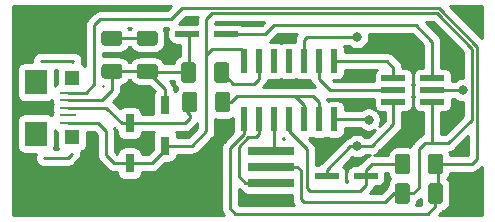
<source format=gbr>
G04 #@! TF.GenerationSoftware,KiCad,Pcbnew,(5.1.4-0-10_14)*
G04 #@! TF.CreationDate,2020-11-07T12:11:02-05:00*
G04 #@! TF.ProjectId,FabISP,46616249-5350-42e6-9b69-6361645f7063,rev?*
G04 #@! TF.SameCoordinates,Original*
G04 #@! TF.FileFunction,Copper,L1,Top*
G04 #@! TF.FilePolarity,Positive*
%FSLAX46Y46*%
G04 Gerber Fmt 4.6, Leading zero omitted, Abs format (unit mm)*
G04 Created by KiCad (PCBNEW (5.1.4-0-10_14)) date 2020-11-07 12:11:02*
%MOMM*%
%LPD*%
G04 APERTURE LIST*
%ADD10R,0.797560X1.597660*%
%ADD11R,0.600000X2.000000*%
%ADD12R,3.898900X0.797560*%
%ADD13R,1.348740X0.254000*%
%ADD14R,1.297940X1.198880*%
%ADD15R,1.899920X2.148840*%
%ADD16C,0.100000*%
%ADD17C,1.250000*%
%ADD18R,2.000000X0.500000*%
%ADD19C,0.800000*%
%ADD20C,0.250000*%
%ADD21C,0.254000*%
G04 APERTURE END LIST*
D10*
X136000000Y-98050740D03*
X136000000Y-101449260D03*
X139000000Y-96550740D03*
X139000000Y-99949260D03*
D11*
X145690000Y-97725000D03*
X146960000Y-97725000D03*
X148230000Y-97725000D03*
X149500000Y-97725000D03*
X150770000Y-97725000D03*
X152040000Y-97725000D03*
X153310000Y-97725000D03*
X153310000Y-92775000D03*
X152040000Y-92775000D03*
X150770000Y-92775000D03*
X149500000Y-92775000D03*
X148230000Y-92775000D03*
X146960000Y-92775000D03*
X145690000Y-92775000D03*
D12*
X148000000Y-103098740D03*
X148000000Y-101750000D03*
X148000000Y-100401260D03*
D13*
X130759581Y-96750000D03*
X130759581Y-96102300D03*
X130759581Y-98047940D03*
D14*
X131110101Y-94250640D03*
X131110101Y-99249360D03*
D15*
X128062101Y-94575760D03*
X128062101Y-98924240D03*
D13*
X130759581Y-97397700D03*
X130759581Y-95452060D03*
D16*
G36*
X162299504Y-103126204D02*
G01*
X162323773Y-103129804D01*
X162347571Y-103135765D01*
X162370671Y-103144030D01*
X162392849Y-103154520D01*
X162413893Y-103167133D01*
X162433598Y-103181747D01*
X162451777Y-103198223D01*
X162468253Y-103216402D01*
X162482867Y-103236107D01*
X162495480Y-103257151D01*
X162505970Y-103279329D01*
X162514235Y-103302429D01*
X162520196Y-103326227D01*
X162523796Y-103350496D01*
X162525000Y-103375000D01*
X162525000Y-104625000D01*
X162523796Y-104649504D01*
X162520196Y-104673773D01*
X162514235Y-104697571D01*
X162505970Y-104720671D01*
X162495480Y-104742849D01*
X162482867Y-104763893D01*
X162468253Y-104783598D01*
X162451777Y-104801777D01*
X162433598Y-104818253D01*
X162413893Y-104832867D01*
X162392849Y-104845480D01*
X162370671Y-104855970D01*
X162347571Y-104864235D01*
X162323773Y-104870196D01*
X162299504Y-104873796D01*
X162275000Y-104875000D01*
X161525000Y-104875000D01*
X161500496Y-104873796D01*
X161476227Y-104870196D01*
X161452429Y-104864235D01*
X161429329Y-104855970D01*
X161407151Y-104845480D01*
X161386107Y-104832867D01*
X161366402Y-104818253D01*
X161348223Y-104801777D01*
X161331747Y-104783598D01*
X161317133Y-104763893D01*
X161304520Y-104742849D01*
X161294030Y-104720671D01*
X161285765Y-104697571D01*
X161279804Y-104673773D01*
X161276204Y-104649504D01*
X161275000Y-104625000D01*
X161275000Y-103375000D01*
X161276204Y-103350496D01*
X161279804Y-103326227D01*
X161285765Y-103302429D01*
X161294030Y-103279329D01*
X161304520Y-103257151D01*
X161317133Y-103236107D01*
X161331747Y-103216402D01*
X161348223Y-103198223D01*
X161366402Y-103181747D01*
X161386107Y-103167133D01*
X161407151Y-103154520D01*
X161429329Y-103144030D01*
X161452429Y-103135765D01*
X161476227Y-103129804D01*
X161500496Y-103126204D01*
X161525000Y-103125000D01*
X162275000Y-103125000D01*
X162299504Y-103126204D01*
X162299504Y-103126204D01*
G37*
D17*
X161900000Y-104000000D03*
D16*
G36*
X159499504Y-103126204D02*
G01*
X159523773Y-103129804D01*
X159547571Y-103135765D01*
X159570671Y-103144030D01*
X159592849Y-103154520D01*
X159613893Y-103167133D01*
X159633598Y-103181747D01*
X159651777Y-103198223D01*
X159668253Y-103216402D01*
X159682867Y-103236107D01*
X159695480Y-103257151D01*
X159705970Y-103279329D01*
X159714235Y-103302429D01*
X159720196Y-103326227D01*
X159723796Y-103350496D01*
X159725000Y-103375000D01*
X159725000Y-104625000D01*
X159723796Y-104649504D01*
X159720196Y-104673773D01*
X159714235Y-104697571D01*
X159705970Y-104720671D01*
X159695480Y-104742849D01*
X159682867Y-104763893D01*
X159668253Y-104783598D01*
X159651777Y-104801777D01*
X159633598Y-104818253D01*
X159613893Y-104832867D01*
X159592849Y-104845480D01*
X159570671Y-104855970D01*
X159547571Y-104864235D01*
X159523773Y-104870196D01*
X159499504Y-104873796D01*
X159475000Y-104875000D01*
X158725000Y-104875000D01*
X158700496Y-104873796D01*
X158676227Y-104870196D01*
X158652429Y-104864235D01*
X158629329Y-104855970D01*
X158607151Y-104845480D01*
X158586107Y-104832867D01*
X158566402Y-104818253D01*
X158548223Y-104801777D01*
X158531747Y-104783598D01*
X158517133Y-104763893D01*
X158504520Y-104742849D01*
X158494030Y-104720671D01*
X158485765Y-104697571D01*
X158479804Y-104673773D01*
X158476204Y-104649504D01*
X158475000Y-104625000D01*
X158475000Y-103375000D01*
X158476204Y-103350496D01*
X158479804Y-103326227D01*
X158485765Y-103302429D01*
X158494030Y-103279329D01*
X158504520Y-103257151D01*
X158517133Y-103236107D01*
X158531747Y-103216402D01*
X158548223Y-103198223D01*
X158566402Y-103181747D01*
X158586107Y-103167133D01*
X158607151Y-103154520D01*
X158629329Y-103144030D01*
X158652429Y-103135765D01*
X158676227Y-103129804D01*
X158700496Y-103126204D01*
X158725000Y-103125000D01*
X159475000Y-103125000D01*
X159499504Y-103126204D01*
X159499504Y-103126204D01*
G37*
D17*
X159100000Y-104000000D03*
D18*
X158350000Y-94250000D03*
X161650000Y-94250000D03*
X158350000Y-95250000D03*
X161650000Y-95250000D03*
X158350000Y-96250000D03*
X161650000Y-96250000D03*
X152700000Y-102500000D03*
X156000000Y-102500000D03*
D16*
G36*
X162299504Y-100626204D02*
G01*
X162323773Y-100629804D01*
X162347571Y-100635765D01*
X162370671Y-100644030D01*
X162392849Y-100654520D01*
X162413893Y-100667133D01*
X162433598Y-100681747D01*
X162451777Y-100698223D01*
X162468253Y-100716402D01*
X162482867Y-100736107D01*
X162495480Y-100757151D01*
X162505970Y-100779329D01*
X162514235Y-100802429D01*
X162520196Y-100826227D01*
X162523796Y-100850496D01*
X162525000Y-100875000D01*
X162525000Y-102125000D01*
X162523796Y-102149504D01*
X162520196Y-102173773D01*
X162514235Y-102197571D01*
X162505970Y-102220671D01*
X162495480Y-102242849D01*
X162482867Y-102263893D01*
X162468253Y-102283598D01*
X162451777Y-102301777D01*
X162433598Y-102318253D01*
X162413893Y-102332867D01*
X162392849Y-102345480D01*
X162370671Y-102355970D01*
X162347571Y-102364235D01*
X162323773Y-102370196D01*
X162299504Y-102373796D01*
X162275000Y-102375000D01*
X161525000Y-102375000D01*
X161500496Y-102373796D01*
X161476227Y-102370196D01*
X161452429Y-102364235D01*
X161429329Y-102355970D01*
X161407151Y-102345480D01*
X161386107Y-102332867D01*
X161366402Y-102318253D01*
X161348223Y-102301777D01*
X161331747Y-102283598D01*
X161317133Y-102263893D01*
X161304520Y-102242849D01*
X161294030Y-102220671D01*
X161285765Y-102197571D01*
X161279804Y-102173773D01*
X161276204Y-102149504D01*
X161275000Y-102125000D01*
X161275000Y-100875000D01*
X161276204Y-100850496D01*
X161279804Y-100826227D01*
X161285765Y-100802429D01*
X161294030Y-100779329D01*
X161304520Y-100757151D01*
X161317133Y-100736107D01*
X161331747Y-100716402D01*
X161348223Y-100698223D01*
X161366402Y-100681747D01*
X161386107Y-100667133D01*
X161407151Y-100654520D01*
X161429329Y-100644030D01*
X161452429Y-100635765D01*
X161476227Y-100629804D01*
X161500496Y-100626204D01*
X161525000Y-100625000D01*
X162275000Y-100625000D01*
X162299504Y-100626204D01*
X162299504Y-100626204D01*
G37*
D17*
X161900000Y-101500000D03*
D16*
G36*
X159499504Y-100626204D02*
G01*
X159523773Y-100629804D01*
X159547571Y-100635765D01*
X159570671Y-100644030D01*
X159592849Y-100654520D01*
X159613893Y-100667133D01*
X159633598Y-100681747D01*
X159651777Y-100698223D01*
X159668253Y-100716402D01*
X159682867Y-100736107D01*
X159695480Y-100757151D01*
X159705970Y-100779329D01*
X159714235Y-100802429D01*
X159720196Y-100826227D01*
X159723796Y-100850496D01*
X159725000Y-100875000D01*
X159725000Y-102125000D01*
X159723796Y-102149504D01*
X159720196Y-102173773D01*
X159714235Y-102197571D01*
X159705970Y-102220671D01*
X159695480Y-102242849D01*
X159682867Y-102263893D01*
X159668253Y-102283598D01*
X159651777Y-102301777D01*
X159633598Y-102318253D01*
X159613893Y-102332867D01*
X159592849Y-102345480D01*
X159570671Y-102355970D01*
X159547571Y-102364235D01*
X159523773Y-102370196D01*
X159499504Y-102373796D01*
X159475000Y-102375000D01*
X158725000Y-102375000D01*
X158700496Y-102373796D01*
X158676227Y-102370196D01*
X158652429Y-102364235D01*
X158629329Y-102355970D01*
X158607151Y-102345480D01*
X158586107Y-102332867D01*
X158566402Y-102318253D01*
X158548223Y-102301777D01*
X158531747Y-102283598D01*
X158517133Y-102263893D01*
X158504520Y-102242849D01*
X158494030Y-102220671D01*
X158485765Y-102197571D01*
X158479804Y-102173773D01*
X158476204Y-102149504D01*
X158475000Y-102125000D01*
X158475000Y-100875000D01*
X158476204Y-100850496D01*
X158479804Y-100826227D01*
X158485765Y-100802429D01*
X158494030Y-100779329D01*
X158504520Y-100757151D01*
X158517133Y-100736107D01*
X158531747Y-100716402D01*
X158548223Y-100698223D01*
X158566402Y-100681747D01*
X158586107Y-100667133D01*
X158607151Y-100654520D01*
X158629329Y-100644030D01*
X158652429Y-100635765D01*
X158676227Y-100629804D01*
X158700496Y-100626204D01*
X158725000Y-100625000D01*
X159475000Y-100625000D01*
X159499504Y-100626204D01*
X159499504Y-100626204D01*
G37*
D17*
X159100000Y-101500000D03*
D16*
G36*
X141499504Y-95376204D02*
G01*
X141523773Y-95379804D01*
X141547571Y-95385765D01*
X141570671Y-95394030D01*
X141592849Y-95404520D01*
X141613893Y-95417133D01*
X141633598Y-95431747D01*
X141651777Y-95448223D01*
X141668253Y-95466402D01*
X141682867Y-95486107D01*
X141695480Y-95507151D01*
X141705970Y-95529329D01*
X141714235Y-95552429D01*
X141720196Y-95576227D01*
X141723796Y-95600496D01*
X141725000Y-95625000D01*
X141725000Y-96875000D01*
X141723796Y-96899504D01*
X141720196Y-96923773D01*
X141714235Y-96947571D01*
X141705970Y-96970671D01*
X141695480Y-96992849D01*
X141682867Y-97013893D01*
X141668253Y-97033598D01*
X141651777Y-97051777D01*
X141633598Y-97068253D01*
X141613893Y-97082867D01*
X141592849Y-97095480D01*
X141570671Y-97105970D01*
X141547571Y-97114235D01*
X141523773Y-97120196D01*
X141499504Y-97123796D01*
X141475000Y-97125000D01*
X140725000Y-97125000D01*
X140700496Y-97123796D01*
X140676227Y-97120196D01*
X140652429Y-97114235D01*
X140629329Y-97105970D01*
X140607151Y-97095480D01*
X140586107Y-97082867D01*
X140566402Y-97068253D01*
X140548223Y-97051777D01*
X140531747Y-97033598D01*
X140517133Y-97013893D01*
X140504520Y-96992849D01*
X140494030Y-96970671D01*
X140485765Y-96947571D01*
X140479804Y-96923773D01*
X140476204Y-96899504D01*
X140475000Y-96875000D01*
X140475000Y-95625000D01*
X140476204Y-95600496D01*
X140479804Y-95576227D01*
X140485765Y-95552429D01*
X140494030Y-95529329D01*
X140504520Y-95507151D01*
X140517133Y-95486107D01*
X140531747Y-95466402D01*
X140548223Y-95448223D01*
X140566402Y-95431747D01*
X140586107Y-95417133D01*
X140607151Y-95404520D01*
X140629329Y-95394030D01*
X140652429Y-95385765D01*
X140676227Y-95379804D01*
X140700496Y-95376204D01*
X140725000Y-95375000D01*
X141475000Y-95375000D01*
X141499504Y-95376204D01*
X141499504Y-95376204D01*
G37*
D17*
X141100000Y-96250000D03*
D16*
G36*
X144299504Y-95376204D02*
G01*
X144323773Y-95379804D01*
X144347571Y-95385765D01*
X144370671Y-95394030D01*
X144392849Y-95404520D01*
X144413893Y-95417133D01*
X144433598Y-95431747D01*
X144451777Y-95448223D01*
X144468253Y-95466402D01*
X144482867Y-95486107D01*
X144495480Y-95507151D01*
X144505970Y-95529329D01*
X144514235Y-95552429D01*
X144520196Y-95576227D01*
X144523796Y-95600496D01*
X144525000Y-95625000D01*
X144525000Y-96875000D01*
X144523796Y-96899504D01*
X144520196Y-96923773D01*
X144514235Y-96947571D01*
X144505970Y-96970671D01*
X144495480Y-96992849D01*
X144482867Y-97013893D01*
X144468253Y-97033598D01*
X144451777Y-97051777D01*
X144433598Y-97068253D01*
X144413893Y-97082867D01*
X144392849Y-97095480D01*
X144370671Y-97105970D01*
X144347571Y-97114235D01*
X144323773Y-97120196D01*
X144299504Y-97123796D01*
X144275000Y-97125000D01*
X143525000Y-97125000D01*
X143500496Y-97123796D01*
X143476227Y-97120196D01*
X143452429Y-97114235D01*
X143429329Y-97105970D01*
X143407151Y-97095480D01*
X143386107Y-97082867D01*
X143366402Y-97068253D01*
X143348223Y-97051777D01*
X143331747Y-97033598D01*
X143317133Y-97013893D01*
X143304520Y-96992849D01*
X143294030Y-96970671D01*
X143285765Y-96947571D01*
X143279804Y-96923773D01*
X143276204Y-96899504D01*
X143275000Y-96875000D01*
X143275000Y-95625000D01*
X143276204Y-95600496D01*
X143279804Y-95576227D01*
X143285765Y-95552429D01*
X143294030Y-95529329D01*
X143304520Y-95507151D01*
X143317133Y-95486107D01*
X143331747Y-95466402D01*
X143348223Y-95448223D01*
X143366402Y-95431747D01*
X143386107Y-95417133D01*
X143407151Y-95404520D01*
X143429329Y-95394030D01*
X143452429Y-95385765D01*
X143476227Y-95379804D01*
X143500496Y-95376204D01*
X143525000Y-95375000D01*
X144275000Y-95375000D01*
X144299504Y-95376204D01*
X144299504Y-95376204D01*
G37*
D17*
X143900000Y-96250000D03*
D16*
G36*
X135149504Y-90226204D02*
G01*
X135173773Y-90229804D01*
X135197571Y-90235765D01*
X135220671Y-90244030D01*
X135242849Y-90254520D01*
X135263893Y-90267133D01*
X135283598Y-90281747D01*
X135301777Y-90298223D01*
X135318253Y-90316402D01*
X135332867Y-90336107D01*
X135345480Y-90357151D01*
X135355970Y-90379329D01*
X135364235Y-90402429D01*
X135370196Y-90426227D01*
X135373796Y-90450496D01*
X135375000Y-90475000D01*
X135375000Y-91225000D01*
X135373796Y-91249504D01*
X135370196Y-91273773D01*
X135364235Y-91297571D01*
X135355970Y-91320671D01*
X135345480Y-91342849D01*
X135332867Y-91363893D01*
X135318253Y-91383598D01*
X135301777Y-91401777D01*
X135283598Y-91418253D01*
X135263893Y-91432867D01*
X135242849Y-91445480D01*
X135220671Y-91455970D01*
X135197571Y-91464235D01*
X135173773Y-91470196D01*
X135149504Y-91473796D01*
X135125000Y-91475000D01*
X133875000Y-91475000D01*
X133850496Y-91473796D01*
X133826227Y-91470196D01*
X133802429Y-91464235D01*
X133779329Y-91455970D01*
X133757151Y-91445480D01*
X133736107Y-91432867D01*
X133716402Y-91418253D01*
X133698223Y-91401777D01*
X133681747Y-91383598D01*
X133667133Y-91363893D01*
X133654520Y-91342849D01*
X133644030Y-91320671D01*
X133635765Y-91297571D01*
X133629804Y-91273773D01*
X133626204Y-91249504D01*
X133625000Y-91225000D01*
X133625000Y-90475000D01*
X133626204Y-90450496D01*
X133629804Y-90426227D01*
X133635765Y-90402429D01*
X133644030Y-90379329D01*
X133654520Y-90357151D01*
X133667133Y-90336107D01*
X133681747Y-90316402D01*
X133698223Y-90298223D01*
X133716402Y-90281747D01*
X133736107Y-90267133D01*
X133757151Y-90254520D01*
X133779329Y-90244030D01*
X133802429Y-90235765D01*
X133826227Y-90229804D01*
X133850496Y-90226204D01*
X133875000Y-90225000D01*
X135125000Y-90225000D01*
X135149504Y-90226204D01*
X135149504Y-90226204D01*
G37*
D17*
X134500000Y-90850000D03*
D16*
G36*
X135149504Y-93026204D02*
G01*
X135173773Y-93029804D01*
X135197571Y-93035765D01*
X135220671Y-93044030D01*
X135242849Y-93054520D01*
X135263893Y-93067133D01*
X135283598Y-93081747D01*
X135301777Y-93098223D01*
X135318253Y-93116402D01*
X135332867Y-93136107D01*
X135345480Y-93157151D01*
X135355970Y-93179329D01*
X135364235Y-93202429D01*
X135370196Y-93226227D01*
X135373796Y-93250496D01*
X135375000Y-93275000D01*
X135375000Y-94025000D01*
X135373796Y-94049504D01*
X135370196Y-94073773D01*
X135364235Y-94097571D01*
X135355970Y-94120671D01*
X135345480Y-94142849D01*
X135332867Y-94163893D01*
X135318253Y-94183598D01*
X135301777Y-94201777D01*
X135283598Y-94218253D01*
X135263893Y-94232867D01*
X135242849Y-94245480D01*
X135220671Y-94255970D01*
X135197571Y-94264235D01*
X135173773Y-94270196D01*
X135149504Y-94273796D01*
X135125000Y-94275000D01*
X133875000Y-94275000D01*
X133850496Y-94273796D01*
X133826227Y-94270196D01*
X133802429Y-94264235D01*
X133779329Y-94255970D01*
X133757151Y-94245480D01*
X133736107Y-94232867D01*
X133716402Y-94218253D01*
X133698223Y-94201777D01*
X133681747Y-94183598D01*
X133667133Y-94163893D01*
X133654520Y-94142849D01*
X133644030Y-94120671D01*
X133635765Y-94097571D01*
X133629804Y-94073773D01*
X133626204Y-94049504D01*
X133625000Y-94025000D01*
X133625000Y-93275000D01*
X133626204Y-93250496D01*
X133629804Y-93226227D01*
X133635765Y-93202429D01*
X133644030Y-93179329D01*
X133654520Y-93157151D01*
X133667133Y-93136107D01*
X133681747Y-93116402D01*
X133698223Y-93098223D01*
X133716402Y-93081747D01*
X133736107Y-93067133D01*
X133757151Y-93054520D01*
X133779329Y-93044030D01*
X133802429Y-93035765D01*
X133826227Y-93029804D01*
X133850496Y-93026204D01*
X133875000Y-93025000D01*
X135125000Y-93025000D01*
X135149504Y-93026204D01*
X135149504Y-93026204D01*
G37*
D17*
X134500000Y-93650000D03*
D16*
G36*
X138149504Y-90226204D02*
G01*
X138173773Y-90229804D01*
X138197571Y-90235765D01*
X138220671Y-90244030D01*
X138242849Y-90254520D01*
X138263893Y-90267133D01*
X138283598Y-90281747D01*
X138301777Y-90298223D01*
X138318253Y-90316402D01*
X138332867Y-90336107D01*
X138345480Y-90357151D01*
X138355970Y-90379329D01*
X138364235Y-90402429D01*
X138370196Y-90426227D01*
X138373796Y-90450496D01*
X138375000Y-90475000D01*
X138375000Y-91225000D01*
X138373796Y-91249504D01*
X138370196Y-91273773D01*
X138364235Y-91297571D01*
X138355970Y-91320671D01*
X138345480Y-91342849D01*
X138332867Y-91363893D01*
X138318253Y-91383598D01*
X138301777Y-91401777D01*
X138283598Y-91418253D01*
X138263893Y-91432867D01*
X138242849Y-91445480D01*
X138220671Y-91455970D01*
X138197571Y-91464235D01*
X138173773Y-91470196D01*
X138149504Y-91473796D01*
X138125000Y-91475000D01*
X136875000Y-91475000D01*
X136850496Y-91473796D01*
X136826227Y-91470196D01*
X136802429Y-91464235D01*
X136779329Y-91455970D01*
X136757151Y-91445480D01*
X136736107Y-91432867D01*
X136716402Y-91418253D01*
X136698223Y-91401777D01*
X136681747Y-91383598D01*
X136667133Y-91363893D01*
X136654520Y-91342849D01*
X136644030Y-91320671D01*
X136635765Y-91297571D01*
X136629804Y-91273773D01*
X136626204Y-91249504D01*
X136625000Y-91225000D01*
X136625000Y-90475000D01*
X136626204Y-90450496D01*
X136629804Y-90426227D01*
X136635765Y-90402429D01*
X136644030Y-90379329D01*
X136654520Y-90357151D01*
X136667133Y-90336107D01*
X136681747Y-90316402D01*
X136698223Y-90298223D01*
X136716402Y-90281747D01*
X136736107Y-90267133D01*
X136757151Y-90254520D01*
X136779329Y-90244030D01*
X136802429Y-90235765D01*
X136826227Y-90229804D01*
X136850496Y-90226204D01*
X136875000Y-90225000D01*
X138125000Y-90225000D01*
X138149504Y-90226204D01*
X138149504Y-90226204D01*
G37*
D17*
X137500000Y-90850000D03*
D16*
G36*
X138149504Y-93026204D02*
G01*
X138173773Y-93029804D01*
X138197571Y-93035765D01*
X138220671Y-93044030D01*
X138242849Y-93054520D01*
X138263893Y-93067133D01*
X138283598Y-93081747D01*
X138301777Y-93098223D01*
X138318253Y-93116402D01*
X138332867Y-93136107D01*
X138345480Y-93157151D01*
X138355970Y-93179329D01*
X138364235Y-93202429D01*
X138370196Y-93226227D01*
X138373796Y-93250496D01*
X138375000Y-93275000D01*
X138375000Y-94025000D01*
X138373796Y-94049504D01*
X138370196Y-94073773D01*
X138364235Y-94097571D01*
X138355970Y-94120671D01*
X138345480Y-94142849D01*
X138332867Y-94163893D01*
X138318253Y-94183598D01*
X138301777Y-94201777D01*
X138283598Y-94218253D01*
X138263893Y-94232867D01*
X138242849Y-94245480D01*
X138220671Y-94255970D01*
X138197571Y-94264235D01*
X138173773Y-94270196D01*
X138149504Y-94273796D01*
X138125000Y-94275000D01*
X136875000Y-94275000D01*
X136850496Y-94273796D01*
X136826227Y-94270196D01*
X136802429Y-94264235D01*
X136779329Y-94255970D01*
X136757151Y-94245480D01*
X136736107Y-94232867D01*
X136716402Y-94218253D01*
X136698223Y-94201777D01*
X136681747Y-94183598D01*
X136667133Y-94163893D01*
X136654520Y-94142849D01*
X136644030Y-94120671D01*
X136635765Y-94097571D01*
X136629804Y-94073773D01*
X136626204Y-94049504D01*
X136625000Y-94025000D01*
X136625000Y-93275000D01*
X136626204Y-93250496D01*
X136629804Y-93226227D01*
X136635765Y-93202429D01*
X136644030Y-93179329D01*
X136654520Y-93157151D01*
X136667133Y-93136107D01*
X136681747Y-93116402D01*
X136698223Y-93098223D01*
X136716402Y-93081747D01*
X136736107Y-93067133D01*
X136757151Y-93054520D01*
X136779329Y-93044030D01*
X136802429Y-93035765D01*
X136826227Y-93029804D01*
X136850496Y-93026204D01*
X136875000Y-93025000D01*
X138125000Y-93025000D01*
X138149504Y-93026204D01*
X138149504Y-93026204D01*
G37*
D17*
X137500000Y-93650000D03*
D16*
G36*
X144199504Y-92876204D02*
G01*
X144223773Y-92879804D01*
X144247571Y-92885765D01*
X144270671Y-92894030D01*
X144292849Y-92904520D01*
X144313893Y-92917133D01*
X144333598Y-92931747D01*
X144351777Y-92948223D01*
X144368253Y-92966402D01*
X144382867Y-92986107D01*
X144395480Y-93007151D01*
X144405970Y-93029329D01*
X144414235Y-93052429D01*
X144420196Y-93076227D01*
X144423796Y-93100496D01*
X144425000Y-93125000D01*
X144425000Y-94375000D01*
X144423796Y-94399504D01*
X144420196Y-94423773D01*
X144414235Y-94447571D01*
X144405970Y-94470671D01*
X144395480Y-94492849D01*
X144382867Y-94513893D01*
X144368253Y-94533598D01*
X144351777Y-94551777D01*
X144333598Y-94568253D01*
X144313893Y-94582867D01*
X144292849Y-94595480D01*
X144270671Y-94605970D01*
X144247571Y-94614235D01*
X144223773Y-94620196D01*
X144199504Y-94623796D01*
X144175000Y-94625000D01*
X143425000Y-94625000D01*
X143400496Y-94623796D01*
X143376227Y-94620196D01*
X143352429Y-94614235D01*
X143329329Y-94605970D01*
X143307151Y-94595480D01*
X143286107Y-94582867D01*
X143266402Y-94568253D01*
X143248223Y-94551777D01*
X143231747Y-94533598D01*
X143217133Y-94513893D01*
X143204520Y-94492849D01*
X143194030Y-94470671D01*
X143185765Y-94447571D01*
X143179804Y-94423773D01*
X143176204Y-94399504D01*
X143175000Y-94375000D01*
X143175000Y-93125000D01*
X143176204Y-93100496D01*
X143179804Y-93076227D01*
X143185765Y-93052429D01*
X143194030Y-93029329D01*
X143204520Y-93007151D01*
X143217133Y-92986107D01*
X143231747Y-92966402D01*
X143248223Y-92948223D01*
X143266402Y-92931747D01*
X143286107Y-92917133D01*
X143307151Y-92904520D01*
X143329329Y-92894030D01*
X143352429Y-92885765D01*
X143376227Y-92879804D01*
X143400496Y-92876204D01*
X143425000Y-92875000D01*
X144175000Y-92875000D01*
X144199504Y-92876204D01*
X144199504Y-92876204D01*
G37*
D17*
X143800000Y-93750000D03*
D16*
G36*
X141399504Y-92876204D02*
G01*
X141423773Y-92879804D01*
X141447571Y-92885765D01*
X141470671Y-92894030D01*
X141492849Y-92904520D01*
X141513893Y-92917133D01*
X141533598Y-92931747D01*
X141551777Y-92948223D01*
X141568253Y-92966402D01*
X141582867Y-92986107D01*
X141595480Y-93007151D01*
X141605970Y-93029329D01*
X141614235Y-93052429D01*
X141620196Y-93076227D01*
X141623796Y-93100496D01*
X141625000Y-93125000D01*
X141625000Y-94375000D01*
X141623796Y-94399504D01*
X141620196Y-94423773D01*
X141614235Y-94447571D01*
X141605970Y-94470671D01*
X141595480Y-94492849D01*
X141582867Y-94513893D01*
X141568253Y-94533598D01*
X141551777Y-94551777D01*
X141533598Y-94568253D01*
X141513893Y-94582867D01*
X141492849Y-94595480D01*
X141470671Y-94605970D01*
X141447571Y-94614235D01*
X141423773Y-94620196D01*
X141399504Y-94623796D01*
X141375000Y-94625000D01*
X140625000Y-94625000D01*
X140600496Y-94623796D01*
X140576227Y-94620196D01*
X140552429Y-94614235D01*
X140529329Y-94605970D01*
X140507151Y-94595480D01*
X140486107Y-94582867D01*
X140466402Y-94568253D01*
X140448223Y-94551777D01*
X140431747Y-94533598D01*
X140417133Y-94513893D01*
X140404520Y-94492849D01*
X140394030Y-94470671D01*
X140385765Y-94447571D01*
X140379804Y-94423773D01*
X140376204Y-94399504D01*
X140375000Y-94375000D01*
X140375000Y-93125000D01*
X140376204Y-93100496D01*
X140379804Y-93076227D01*
X140385765Y-93052429D01*
X140394030Y-93029329D01*
X140404520Y-93007151D01*
X140417133Y-92986107D01*
X140431747Y-92966402D01*
X140448223Y-92948223D01*
X140466402Y-92931747D01*
X140486107Y-92917133D01*
X140507151Y-92904520D01*
X140529329Y-92894030D01*
X140552429Y-92885765D01*
X140576227Y-92879804D01*
X140600496Y-92876204D01*
X140625000Y-92875000D01*
X141375000Y-92875000D01*
X141399504Y-92876204D01*
X141399504Y-92876204D01*
G37*
D17*
X141000000Y-93750000D03*
D18*
X144150000Y-90500000D03*
X140850000Y-90500000D03*
D19*
X156250000Y-97750000D03*
X164250000Y-95250000D03*
X155250000Y-90750000D03*
X155250000Y-100000000D03*
D20*
X128500000Y-92750000D02*
X131250000Y-92750000D01*
X131250000Y-92750000D02*
X131110101Y-92889899D01*
X130750000Y-101000000D02*
X131110101Y-100639899D01*
X128750000Y-101000000D02*
X130750000Y-101000000D01*
X133000000Y-94750000D02*
X132297940Y-95452060D01*
X140450010Y-88299990D02*
X139500000Y-89250000D01*
X132297940Y-95452060D02*
X130759581Y-95452060D01*
X165450009Y-91563599D02*
X162186401Y-88299991D01*
X162186401Y-88299991D02*
X140450010Y-88299990D01*
X165000000Y-101500000D02*
X165450009Y-101049991D01*
X139500000Y-89250000D02*
X133500000Y-89250000D01*
X133500000Y-89250000D02*
X133000000Y-89750000D01*
X162151000Y-104317500D02*
X162151000Y-101500000D01*
X162151000Y-101500000D02*
X165000000Y-101500000D01*
X133000000Y-89750000D02*
X133000000Y-94750000D01*
X165450009Y-101049991D02*
X165450009Y-91563599D01*
X161900000Y-105100000D02*
X161900000Y-104000000D01*
X161281500Y-105718500D02*
X161900000Y-105100000D01*
X144968500Y-105718500D02*
X161281500Y-105718500D01*
X144500000Y-100165000D02*
X144500000Y-105250000D01*
X145690000Y-97725000D02*
X145690000Y-98975000D01*
X144500000Y-105250000D02*
X144968500Y-105718500D01*
X145690000Y-98975000D02*
X144500000Y-100165000D01*
X136000000Y-101449260D02*
X134699260Y-101449260D01*
X134699260Y-101449260D02*
X134000000Y-100750000D01*
X134000000Y-100750000D02*
X134000000Y-98750000D01*
X133297940Y-98047940D02*
X130759581Y-98047940D01*
X134000000Y-98750000D02*
X133297940Y-98047940D01*
X137900050Y-101449260D02*
X136000000Y-101449260D01*
X139000000Y-100349310D02*
X137900050Y-101449260D01*
X139000000Y-99949260D02*
X139000000Y-100349310D01*
X145500000Y-91750000D02*
X145500000Y-92585000D01*
X145500000Y-92585000D02*
X145690000Y-92775000D01*
X143000000Y-91750000D02*
X145500000Y-91750000D01*
X142500000Y-92250000D02*
X143000000Y-91750000D01*
X142500000Y-98750000D02*
X142500000Y-92250000D01*
X141300740Y-99949260D02*
X142500000Y-98750000D01*
X139000000Y-99949260D02*
X141300740Y-99949260D01*
X162000000Y-88750000D02*
X143000000Y-88750000D01*
X165000000Y-91750000D02*
X162000000Y-88750000D01*
X165000000Y-97750000D02*
X165000000Y-91750000D01*
X163000000Y-99750000D02*
X165000000Y-97750000D01*
X142500000Y-89250000D02*
X142500000Y-92250000D01*
X160500000Y-103500000D02*
X160500000Y-100250000D01*
X143000000Y-88750000D02*
X142500000Y-89250000D01*
X160500000Y-100250000D02*
X161000000Y-99750000D01*
X160000000Y-104000000D02*
X160500000Y-103500000D01*
X158849000Y-104000000D02*
X160000000Y-104000000D01*
X161650000Y-96250000D02*
X161650000Y-99650000D01*
X161750000Y-99750000D02*
X163000000Y-99750000D01*
X161650000Y-99650000D02*
X161750000Y-99750000D01*
X161000000Y-99750000D02*
X161750000Y-99750000D01*
X150199450Y-101750000D02*
X148000000Y-101750000D01*
X150500000Y-102050550D02*
X150199450Y-101750000D01*
X159100000Y-104000000D02*
X158375000Y-104000000D01*
X150750000Y-104750000D02*
X150500000Y-104500000D01*
X150500000Y-104500000D02*
X150500000Y-102050550D01*
X158375000Y-104000000D02*
X157625000Y-104750000D01*
X157625000Y-104750000D02*
X150750000Y-104750000D01*
X134500000Y-95250000D02*
X134500000Y-93650000D01*
X133647700Y-96102300D02*
X134500000Y-95250000D01*
X130759581Y-96102300D02*
X133647700Y-96102300D01*
X139000000Y-95150000D02*
X137500000Y-93650000D01*
X139000000Y-96550740D02*
X139000000Y-95150000D01*
X135475000Y-93650000D02*
X137500000Y-93650000D01*
X134500000Y-93650000D02*
X135475000Y-93650000D01*
X137600000Y-93750000D02*
X137500000Y-93650000D01*
X141000000Y-93750000D02*
X137600000Y-93750000D01*
X141000000Y-90650000D02*
X140850000Y-90500000D01*
X141000000Y-93750000D02*
X141000000Y-90650000D01*
X135351220Y-98050740D02*
X134050480Y-96750000D01*
X131683951Y-96750000D02*
X130759581Y-96750000D01*
X134050480Y-96750000D02*
X131683951Y-96750000D01*
X136000000Y-98050740D02*
X135351220Y-98050740D01*
X136000000Y-98050740D02*
X140699260Y-98050740D01*
X140699260Y-98050740D02*
X141100000Y-97650000D01*
X141100000Y-97650000D02*
X141100000Y-97350000D01*
X140849000Y-97099000D02*
X140849000Y-96250000D01*
X141100000Y-97350000D02*
X140849000Y-97099000D01*
X145800550Y-103098740D02*
X148000000Y-103098740D01*
X145250000Y-102548190D02*
X145800550Y-103098740D01*
X146960000Y-98975000D02*
X146685000Y-99250000D01*
X146051410Y-99250000D02*
X145250000Y-100051410D01*
X146685000Y-99250000D02*
X146051410Y-99250000D01*
X145250000Y-100051410D02*
X145250000Y-102548190D01*
X146960000Y-97725000D02*
X146960000Y-98975000D01*
X148230000Y-100171260D02*
X148000000Y-100401260D01*
X148230000Y-97725000D02*
X148230000Y-100171260D01*
X158500000Y-101500000D02*
X158849000Y-101500000D01*
X156500000Y-101500000D02*
X158375000Y-101500000D01*
X156000000Y-102000000D02*
X156500000Y-101500000D01*
X158375000Y-101500000D02*
X159100000Y-101500000D01*
X156000000Y-102500000D02*
X156000000Y-102000000D01*
X149500000Y-98750000D02*
X149500000Y-97725000D01*
X151000000Y-100250000D02*
X149500000Y-98750000D01*
X151000000Y-103500000D02*
X151000000Y-100250000D01*
X151250000Y-103750000D02*
X151000000Y-103500000D01*
X155500000Y-103750000D02*
X151250000Y-103750000D01*
X156000000Y-103250000D02*
X155500000Y-103750000D01*
X156000000Y-102500000D02*
X156000000Y-103250000D01*
X144625000Y-96250000D02*
X145125000Y-95750000D01*
X143900000Y-96250000D02*
X144625000Y-96250000D01*
X145125000Y-95750000D02*
X150000000Y-95750000D01*
X150000000Y-95750000D02*
X150500000Y-96250000D01*
X150770000Y-96475000D02*
X150770000Y-97725000D01*
X150545000Y-96250000D02*
X150770000Y-96475000D01*
X150500000Y-96250000D02*
X150545000Y-96250000D01*
X150000000Y-95750000D02*
X151500000Y-95750000D01*
X152040000Y-96290000D02*
X152040000Y-97725000D01*
X151500000Y-95750000D02*
X152040000Y-96290000D01*
X153310000Y-97725000D02*
X154525000Y-97725000D01*
X154525000Y-97725000D02*
X155975000Y-97725000D01*
X155975000Y-97725000D02*
X156000000Y-97750000D01*
X156000000Y-97750000D02*
X156250000Y-97750000D01*
X164250000Y-95250000D02*
X161650000Y-95250000D01*
X158350000Y-93350000D02*
X158350000Y-94250000D01*
X157775000Y-92775000D02*
X158350000Y-93350000D01*
X153310000Y-92775000D02*
X157775000Y-92775000D01*
X153000000Y-95250000D02*
X155940000Y-95250000D01*
X155940000Y-95250000D02*
X157460000Y-95250000D01*
X152040000Y-94290000D02*
X153000000Y-95250000D01*
X152040000Y-92775000D02*
X152040000Y-94290000D01*
X150770000Y-92775000D02*
X150770000Y-90980000D01*
X150770000Y-90980000D02*
X151000000Y-90750000D01*
X151000000Y-90750000D02*
X155250000Y-90750000D01*
X155250000Y-100000000D02*
X156500000Y-100000000D01*
X158350000Y-98150000D02*
X158350000Y-97100000D01*
X156500000Y-100000000D02*
X158350000Y-98150000D01*
X158350000Y-97100000D02*
X158350000Y-96250000D01*
X158350000Y-97150000D02*
X158350000Y-97100000D01*
X152700000Y-102000000D02*
X154700000Y-100000000D01*
X154700000Y-100000000D02*
X155250000Y-100000000D01*
X152700000Y-102500000D02*
X152700000Y-102000000D01*
X146960000Y-94290000D02*
X146960000Y-92775000D01*
X146500000Y-94750000D02*
X146960000Y-94290000D01*
X144800000Y-94750000D02*
X146500000Y-94750000D01*
X143800000Y-93750000D02*
X144800000Y-94750000D01*
X148250000Y-89750000D02*
X160250000Y-89750000D01*
X161650000Y-91150000D02*
X161650000Y-94250000D01*
X147500000Y-90500000D02*
X148250000Y-89750000D01*
X160250000Y-89750000D02*
X161650000Y-91150000D01*
X144150000Y-90500000D02*
X147500000Y-90500000D01*
X135475000Y-90850000D02*
X137500000Y-90850000D01*
X134500000Y-90850000D02*
X135475000Y-90850000D01*
D21*
G36*
X139185199Y-88490000D02*
G01*
X133537325Y-88490000D01*
X133500000Y-88486324D01*
X133462675Y-88490000D01*
X133462667Y-88490000D01*
X133351014Y-88500997D01*
X133207753Y-88544454D01*
X133075724Y-88615026D01*
X132959999Y-88709999D01*
X132936196Y-88739003D01*
X132489003Y-89186196D01*
X132459999Y-89209999D01*
X132404871Y-89277174D01*
X132365026Y-89325724D01*
X132295634Y-89455546D01*
X132294454Y-89457754D01*
X132250997Y-89601015D01*
X132240000Y-89712668D01*
X132240000Y-89712678D01*
X132236324Y-89750000D01*
X132240000Y-89787323D01*
X132240001Y-93236259D01*
X132210256Y-93200015D01*
X132113565Y-93120663D01*
X132003251Y-93061698D01*
X131953256Y-93046532D01*
X131955546Y-93042247D01*
X131999003Y-92898986D01*
X132013677Y-92750000D01*
X131999003Y-92601014D01*
X131955546Y-92457753D01*
X131884974Y-92325724D01*
X131790001Y-92209999D01*
X131674276Y-92115026D01*
X131542247Y-92044454D01*
X131398986Y-92000997D01*
X131287333Y-91990000D01*
X131287322Y-91990000D01*
X131249999Y-91986324D01*
X131212677Y-91990000D01*
X128462667Y-91990000D01*
X128351014Y-92000997D01*
X128207753Y-92044454D01*
X128075724Y-92115026D01*
X127959999Y-92209999D01*
X127865026Y-92325724D01*
X127794454Y-92457753D01*
X127750997Y-92601014D01*
X127736323Y-92750000D01*
X127747479Y-92863268D01*
X127112141Y-92863268D01*
X126987659Y-92875528D01*
X126867961Y-92911838D01*
X126757647Y-92970803D01*
X126660956Y-93050155D01*
X126581604Y-93146846D01*
X126522639Y-93257160D01*
X126486329Y-93376858D01*
X126474069Y-93501340D01*
X126474069Y-95650180D01*
X126486329Y-95774662D01*
X126522639Y-95894360D01*
X126581604Y-96004674D01*
X126660956Y-96101365D01*
X126757647Y-96180717D01*
X126867961Y-96239682D01*
X126987659Y-96275992D01*
X127112141Y-96288252D01*
X129012061Y-96288252D01*
X129136543Y-96275992D01*
X129256241Y-96239682D01*
X129366555Y-96180717D01*
X129447139Y-96114584D01*
X129447139Y-96229300D01*
X129459399Y-96353782D01*
X129481352Y-96426150D01*
X129459399Y-96498518D01*
X129447139Y-96623000D01*
X129447139Y-96877000D01*
X129459399Y-97001482D01*
X129481352Y-97073850D01*
X129459399Y-97146218D01*
X129447139Y-97270700D01*
X129447139Y-97385416D01*
X129366555Y-97319283D01*
X129256241Y-97260318D01*
X129136543Y-97224008D01*
X129012061Y-97211748D01*
X127112141Y-97211748D01*
X126987659Y-97224008D01*
X126867961Y-97260318D01*
X126757647Y-97319283D01*
X126660956Y-97398635D01*
X126581604Y-97495326D01*
X126522639Y-97605640D01*
X126486329Y-97725338D01*
X126474069Y-97849820D01*
X126474069Y-99998660D01*
X126486329Y-100123142D01*
X126522639Y-100242840D01*
X126581604Y-100353154D01*
X126660956Y-100449845D01*
X126757647Y-100529197D01*
X126867961Y-100588162D01*
X126987659Y-100624472D01*
X127112141Y-100636732D01*
X128082416Y-100636732D01*
X128044454Y-100707753D01*
X128000997Y-100851014D01*
X127986323Y-101000000D01*
X128000997Y-101148986D01*
X128044454Y-101292247D01*
X128115026Y-101424276D01*
X128209999Y-101540001D01*
X128325724Y-101634974D01*
X128457753Y-101705546D01*
X128601014Y-101749003D01*
X128712667Y-101760000D01*
X130712678Y-101760000D01*
X130750000Y-101763676D01*
X130787322Y-101760000D01*
X130787333Y-101760000D01*
X130898986Y-101749003D01*
X131042247Y-101705546D01*
X131174276Y-101634974D01*
X131290001Y-101540001D01*
X131313804Y-101510997D01*
X131673900Y-101150901D01*
X131745075Y-101064174D01*
X131815647Y-100932146D01*
X131859104Y-100788885D01*
X131873777Y-100639899D01*
X131859104Y-100490913D01*
X131855012Y-100477423D01*
X131883553Y-100474612D01*
X132003251Y-100438302D01*
X132113565Y-100379337D01*
X132210256Y-100299985D01*
X132289608Y-100203294D01*
X132348573Y-100092980D01*
X132384883Y-99973282D01*
X132397143Y-99848800D01*
X132397143Y-98807940D01*
X132983139Y-98807940D01*
X133240001Y-99064803D01*
X133240000Y-100712677D01*
X133236324Y-100750000D01*
X133240000Y-100787322D01*
X133240000Y-100787332D01*
X133250997Y-100898985D01*
X133289218Y-101024984D01*
X133294454Y-101042246D01*
X133365026Y-101174276D01*
X133404871Y-101222826D01*
X133459999Y-101290001D01*
X133489002Y-101313803D01*
X134135461Y-101960262D01*
X134159259Y-101989261D01*
X134191343Y-102015592D01*
X134274983Y-102084234D01*
X134369910Y-102134974D01*
X134407013Y-102154806D01*
X134550274Y-102198263D01*
X134661927Y-102209260D01*
X134661937Y-102209260D01*
X134699260Y-102212936D01*
X134736583Y-102209260D01*
X134963148Y-102209260D01*
X134963148Y-102248090D01*
X134975408Y-102372572D01*
X135011718Y-102492270D01*
X135070683Y-102602584D01*
X135150035Y-102699275D01*
X135246726Y-102778627D01*
X135357040Y-102837592D01*
X135476738Y-102873902D01*
X135601220Y-102886162D01*
X136398780Y-102886162D01*
X136523262Y-102873902D01*
X136642960Y-102837592D01*
X136753274Y-102778627D01*
X136849965Y-102699275D01*
X136929317Y-102602584D01*
X136988282Y-102492270D01*
X137024592Y-102372572D01*
X137036852Y-102248090D01*
X137036852Y-102209260D01*
X137862728Y-102209260D01*
X137900050Y-102212936D01*
X137937372Y-102209260D01*
X137937383Y-102209260D01*
X138049036Y-102198263D01*
X138192297Y-102154806D01*
X138324326Y-102084234D01*
X138440051Y-101989261D01*
X138463854Y-101960258D01*
X139037950Y-101386162D01*
X139398780Y-101386162D01*
X139523262Y-101373902D01*
X139642960Y-101337592D01*
X139753274Y-101278627D01*
X139849965Y-101199275D01*
X139929317Y-101102584D01*
X139988282Y-100992270D01*
X140024592Y-100872572D01*
X140036852Y-100748090D01*
X140036852Y-100709260D01*
X141263418Y-100709260D01*
X141300740Y-100712936D01*
X141338062Y-100709260D01*
X141338073Y-100709260D01*
X141449726Y-100698263D01*
X141592987Y-100654806D01*
X141725016Y-100584234D01*
X141840741Y-100489261D01*
X141864544Y-100460257D01*
X143011004Y-99313798D01*
X143040001Y-99290001D01*
X143134974Y-99174276D01*
X143205546Y-99042247D01*
X143249003Y-98898986D01*
X143260000Y-98787333D01*
X143260000Y-98787325D01*
X143263676Y-98750000D01*
X143260000Y-98712675D01*
X143260000Y-97718177D01*
X143351746Y-97746008D01*
X143525000Y-97763072D01*
X144275000Y-97763072D01*
X144448254Y-97746008D01*
X144614850Y-97695472D01*
X144751928Y-97622202D01*
X144751928Y-98725000D01*
X144762084Y-98828115D01*
X143989003Y-99601196D01*
X143959999Y-99624999D01*
X143919559Y-99674276D01*
X143865026Y-99740724D01*
X143819593Y-99825723D01*
X143794454Y-99872754D01*
X143750997Y-100016015D01*
X143740000Y-100127668D01*
X143740000Y-100127678D01*
X143736324Y-100165000D01*
X143740000Y-100202323D01*
X143740001Y-105212668D01*
X143736324Y-105250000D01*
X143750998Y-105398985D01*
X143794454Y-105542246D01*
X143865026Y-105674276D01*
X143936201Y-105761002D01*
X143960000Y-105790001D01*
X143988998Y-105813799D01*
X144015199Y-105840000D01*
X126160000Y-105840000D01*
X126160000Y-88160000D01*
X139515198Y-88160000D01*
X139185199Y-88490000D01*
X139185199Y-88490000D01*
G37*
X139185199Y-88490000D02*
X133537325Y-88490000D01*
X133500000Y-88486324D01*
X133462675Y-88490000D01*
X133462667Y-88490000D01*
X133351014Y-88500997D01*
X133207753Y-88544454D01*
X133075724Y-88615026D01*
X132959999Y-88709999D01*
X132936196Y-88739003D01*
X132489003Y-89186196D01*
X132459999Y-89209999D01*
X132404871Y-89277174D01*
X132365026Y-89325724D01*
X132295634Y-89455546D01*
X132294454Y-89457754D01*
X132250997Y-89601015D01*
X132240000Y-89712668D01*
X132240000Y-89712678D01*
X132236324Y-89750000D01*
X132240000Y-89787323D01*
X132240001Y-93236259D01*
X132210256Y-93200015D01*
X132113565Y-93120663D01*
X132003251Y-93061698D01*
X131953256Y-93046532D01*
X131955546Y-93042247D01*
X131999003Y-92898986D01*
X132013677Y-92750000D01*
X131999003Y-92601014D01*
X131955546Y-92457753D01*
X131884974Y-92325724D01*
X131790001Y-92209999D01*
X131674276Y-92115026D01*
X131542247Y-92044454D01*
X131398986Y-92000997D01*
X131287333Y-91990000D01*
X131287322Y-91990000D01*
X131249999Y-91986324D01*
X131212677Y-91990000D01*
X128462667Y-91990000D01*
X128351014Y-92000997D01*
X128207753Y-92044454D01*
X128075724Y-92115026D01*
X127959999Y-92209999D01*
X127865026Y-92325724D01*
X127794454Y-92457753D01*
X127750997Y-92601014D01*
X127736323Y-92750000D01*
X127747479Y-92863268D01*
X127112141Y-92863268D01*
X126987659Y-92875528D01*
X126867961Y-92911838D01*
X126757647Y-92970803D01*
X126660956Y-93050155D01*
X126581604Y-93146846D01*
X126522639Y-93257160D01*
X126486329Y-93376858D01*
X126474069Y-93501340D01*
X126474069Y-95650180D01*
X126486329Y-95774662D01*
X126522639Y-95894360D01*
X126581604Y-96004674D01*
X126660956Y-96101365D01*
X126757647Y-96180717D01*
X126867961Y-96239682D01*
X126987659Y-96275992D01*
X127112141Y-96288252D01*
X129012061Y-96288252D01*
X129136543Y-96275992D01*
X129256241Y-96239682D01*
X129366555Y-96180717D01*
X129447139Y-96114584D01*
X129447139Y-96229300D01*
X129459399Y-96353782D01*
X129481352Y-96426150D01*
X129459399Y-96498518D01*
X129447139Y-96623000D01*
X129447139Y-96877000D01*
X129459399Y-97001482D01*
X129481352Y-97073850D01*
X129459399Y-97146218D01*
X129447139Y-97270700D01*
X129447139Y-97385416D01*
X129366555Y-97319283D01*
X129256241Y-97260318D01*
X129136543Y-97224008D01*
X129012061Y-97211748D01*
X127112141Y-97211748D01*
X126987659Y-97224008D01*
X126867961Y-97260318D01*
X126757647Y-97319283D01*
X126660956Y-97398635D01*
X126581604Y-97495326D01*
X126522639Y-97605640D01*
X126486329Y-97725338D01*
X126474069Y-97849820D01*
X126474069Y-99998660D01*
X126486329Y-100123142D01*
X126522639Y-100242840D01*
X126581604Y-100353154D01*
X126660956Y-100449845D01*
X126757647Y-100529197D01*
X126867961Y-100588162D01*
X126987659Y-100624472D01*
X127112141Y-100636732D01*
X128082416Y-100636732D01*
X128044454Y-100707753D01*
X128000997Y-100851014D01*
X127986323Y-101000000D01*
X128000997Y-101148986D01*
X128044454Y-101292247D01*
X128115026Y-101424276D01*
X128209999Y-101540001D01*
X128325724Y-101634974D01*
X128457753Y-101705546D01*
X128601014Y-101749003D01*
X128712667Y-101760000D01*
X130712678Y-101760000D01*
X130750000Y-101763676D01*
X130787322Y-101760000D01*
X130787333Y-101760000D01*
X130898986Y-101749003D01*
X131042247Y-101705546D01*
X131174276Y-101634974D01*
X131290001Y-101540001D01*
X131313804Y-101510997D01*
X131673900Y-101150901D01*
X131745075Y-101064174D01*
X131815647Y-100932146D01*
X131859104Y-100788885D01*
X131873777Y-100639899D01*
X131859104Y-100490913D01*
X131855012Y-100477423D01*
X131883553Y-100474612D01*
X132003251Y-100438302D01*
X132113565Y-100379337D01*
X132210256Y-100299985D01*
X132289608Y-100203294D01*
X132348573Y-100092980D01*
X132384883Y-99973282D01*
X132397143Y-99848800D01*
X132397143Y-98807940D01*
X132983139Y-98807940D01*
X133240001Y-99064803D01*
X133240000Y-100712677D01*
X133236324Y-100750000D01*
X133240000Y-100787322D01*
X133240000Y-100787332D01*
X133250997Y-100898985D01*
X133289218Y-101024984D01*
X133294454Y-101042246D01*
X133365026Y-101174276D01*
X133404871Y-101222826D01*
X133459999Y-101290001D01*
X133489002Y-101313803D01*
X134135461Y-101960262D01*
X134159259Y-101989261D01*
X134191343Y-102015592D01*
X134274983Y-102084234D01*
X134369910Y-102134974D01*
X134407013Y-102154806D01*
X134550274Y-102198263D01*
X134661927Y-102209260D01*
X134661937Y-102209260D01*
X134699260Y-102212936D01*
X134736583Y-102209260D01*
X134963148Y-102209260D01*
X134963148Y-102248090D01*
X134975408Y-102372572D01*
X135011718Y-102492270D01*
X135070683Y-102602584D01*
X135150035Y-102699275D01*
X135246726Y-102778627D01*
X135357040Y-102837592D01*
X135476738Y-102873902D01*
X135601220Y-102886162D01*
X136398780Y-102886162D01*
X136523262Y-102873902D01*
X136642960Y-102837592D01*
X136753274Y-102778627D01*
X136849965Y-102699275D01*
X136929317Y-102602584D01*
X136988282Y-102492270D01*
X137024592Y-102372572D01*
X137036852Y-102248090D01*
X137036852Y-102209260D01*
X137862728Y-102209260D01*
X137900050Y-102212936D01*
X137937372Y-102209260D01*
X137937383Y-102209260D01*
X138049036Y-102198263D01*
X138192297Y-102154806D01*
X138324326Y-102084234D01*
X138440051Y-101989261D01*
X138463854Y-101960258D01*
X139037950Y-101386162D01*
X139398780Y-101386162D01*
X139523262Y-101373902D01*
X139642960Y-101337592D01*
X139753274Y-101278627D01*
X139849965Y-101199275D01*
X139929317Y-101102584D01*
X139988282Y-100992270D01*
X140024592Y-100872572D01*
X140036852Y-100748090D01*
X140036852Y-100709260D01*
X141263418Y-100709260D01*
X141300740Y-100712936D01*
X141338062Y-100709260D01*
X141338073Y-100709260D01*
X141449726Y-100698263D01*
X141592987Y-100654806D01*
X141725016Y-100584234D01*
X141840741Y-100489261D01*
X141864544Y-100460257D01*
X143011004Y-99313798D01*
X143040001Y-99290001D01*
X143134974Y-99174276D01*
X143205546Y-99042247D01*
X143249003Y-98898986D01*
X143260000Y-98787333D01*
X143260000Y-98787325D01*
X143263676Y-98750000D01*
X143260000Y-98712675D01*
X143260000Y-97718177D01*
X143351746Y-97746008D01*
X143525000Y-97763072D01*
X144275000Y-97763072D01*
X144448254Y-97746008D01*
X144614850Y-97695472D01*
X144751928Y-97622202D01*
X144751928Y-98725000D01*
X144762084Y-98828115D01*
X143989003Y-99601196D01*
X143959999Y-99624999D01*
X143919559Y-99674276D01*
X143865026Y-99740724D01*
X143819593Y-99825723D01*
X143794454Y-99872754D01*
X143750997Y-100016015D01*
X143740000Y-100127668D01*
X143740000Y-100127678D01*
X143736324Y-100165000D01*
X143740000Y-100202323D01*
X143740001Y-105212668D01*
X143736324Y-105250000D01*
X143750998Y-105398985D01*
X143794454Y-105542246D01*
X143865026Y-105674276D01*
X143936201Y-105761002D01*
X143960000Y-105790001D01*
X143988998Y-105813799D01*
X144015199Y-105840000D01*
X126160000Y-105840000D01*
X126160000Y-88160000D01*
X139515198Y-88160000D01*
X139185199Y-88490000D01*
G36*
X165840001Y-105840000D02*
G01*
X162234802Y-105840000D01*
X162411004Y-105663798D01*
X162440001Y-105640001D01*
X162466332Y-105607917D01*
X162534974Y-105524277D01*
X162569790Y-105459141D01*
X162614850Y-105445472D01*
X162768386Y-105363405D01*
X162902962Y-105252962D01*
X163013405Y-105118386D01*
X163095472Y-104964850D01*
X163146008Y-104798254D01*
X163163072Y-104625000D01*
X163163072Y-103375000D01*
X163146008Y-103201746D01*
X163095472Y-103035150D01*
X163013405Y-102881614D01*
X162911000Y-102756832D01*
X162911000Y-102743168D01*
X163013405Y-102618386D01*
X163095472Y-102464850D01*
X163146008Y-102298254D01*
X163149776Y-102260000D01*
X164962678Y-102260000D01*
X165000000Y-102263676D01*
X165037322Y-102260000D01*
X165037333Y-102260000D01*
X165148986Y-102249003D01*
X165292247Y-102205546D01*
X165424276Y-102134974D01*
X165540001Y-102040001D01*
X165563804Y-102010997D01*
X165840001Y-101734800D01*
X165840001Y-105840000D01*
X165840001Y-105840000D01*
G37*
X165840001Y-105840000D02*
X162234802Y-105840000D01*
X162411004Y-105663798D01*
X162440001Y-105640001D01*
X162466332Y-105607917D01*
X162534974Y-105524277D01*
X162569790Y-105459141D01*
X162614850Y-105445472D01*
X162768386Y-105363405D01*
X162902962Y-105252962D01*
X163013405Y-105118386D01*
X163095472Y-104964850D01*
X163146008Y-104798254D01*
X163163072Y-104625000D01*
X163163072Y-103375000D01*
X163146008Y-103201746D01*
X163095472Y-103035150D01*
X163013405Y-102881614D01*
X162911000Y-102756832D01*
X162911000Y-102743168D01*
X163013405Y-102618386D01*
X163095472Y-102464850D01*
X163146008Y-102298254D01*
X163149776Y-102260000D01*
X164962678Y-102260000D01*
X165000000Y-102263676D01*
X165037322Y-102260000D01*
X165037333Y-102260000D01*
X165148986Y-102249003D01*
X165292247Y-102205546D01*
X165424276Y-102134974D01*
X165540001Y-102040001D01*
X165563804Y-102010997D01*
X165840001Y-101734800D01*
X165840001Y-105840000D01*
G36*
X145260549Y-103638741D02*
G01*
X145376274Y-103733714D01*
X145488981Y-103793958D01*
X145520013Y-103852014D01*
X145599365Y-103948705D01*
X145696056Y-104028057D01*
X145806370Y-104087022D01*
X145926068Y-104123332D01*
X146050550Y-104135592D01*
X149740000Y-104135592D01*
X149740000Y-104462677D01*
X149736324Y-104500000D01*
X149740000Y-104537322D01*
X149740000Y-104537332D01*
X149750997Y-104648985D01*
X149785788Y-104763676D01*
X149794454Y-104792246D01*
X149865026Y-104924276D01*
X149888168Y-104952474D01*
X149893113Y-104958500D01*
X145283301Y-104958500D01*
X145260000Y-104935199D01*
X145260000Y-103638072D01*
X145260549Y-103638741D01*
X145260549Y-103638741D01*
G37*
X145260549Y-103638741D02*
X145376274Y-103733714D01*
X145488981Y-103793958D01*
X145520013Y-103852014D01*
X145599365Y-103948705D01*
X145696056Y-104028057D01*
X145806370Y-104087022D01*
X145926068Y-104123332D01*
X146050550Y-104135592D01*
X149740000Y-104135592D01*
X149740000Y-104462677D01*
X149736324Y-104500000D01*
X149740000Y-104537322D01*
X149740000Y-104537332D01*
X149750997Y-104648985D01*
X149785788Y-104763676D01*
X149794454Y-104792246D01*
X149865026Y-104924276D01*
X149888168Y-104952474D01*
X149893113Y-104958500D01*
X145283301Y-104958500D01*
X145260000Y-104935199D01*
X145260000Y-103638072D01*
X145260549Y-103638741D01*
G36*
X160636928Y-104625000D02*
G01*
X160653992Y-104798254D01*
X160702602Y-104958500D01*
X160297398Y-104958500D01*
X160346008Y-104798254D01*
X160358634Y-104670061D01*
X160424276Y-104634974D01*
X160540001Y-104540001D01*
X160563804Y-104510997D01*
X160636928Y-104437873D01*
X160636928Y-104625000D01*
X160636928Y-104625000D01*
G37*
X160636928Y-104625000D02*
X160653992Y-104798254D01*
X160702602Y-104958500D01*
X160297398Y-104958500D01*
X160346008Y-104798254D01*
X160358634Y-104670061D01*
X160424276Y-104634974D01*
X160540001Y-104540001D01*
X160563804Y-104510997D01*
X160636928Y-104437873D01*
X160636928Y-104625000D01*
G36*
X157853992Y-102298254D02*
G01*
X157904528Y-102464850D01*
X157986595Y-102618386D01*
X158094607Y-102750000D01*
X157986595Y-102881614D01*
X157904528Y-103035150D01*
X157853992Y-103201746D01*
X157836928Y-103375000D01*
X157836928Y-103458416D01*
X157834999Y-103459999D01*
X157811201Y-103488998D01*
X157310199Y-103990000D01*
X156334801Y-103990000D01*
X156510997Y-103813804D01*
X156540001Y-103790001D01*
X156634974Y-103674276D01*
X156705546Y-103542247D01*
X156749003Y-103398986D01*
X156750078Y-103388072D01*
X157000000Y-103388072D01*
X157124482Y-103375812D01*
X157244180Y-103339502D01*
X157354494Y-103280537D01*
X157451185Y-103201185D01*
X157530537Y-103104494D01*
X157589502Y-102994180D01*
X157625812Y-102874482D01*
X157638072Y-102750000D01*
X157638072Y-102260000D01*
X157850224Y-102260000D01*
X157853992Y-102298254D01*
X157853992Y-102298254D01*
G37*
X157853992Y-102298254D02*
X157904528Y-102464850D01*
X157986595Y-102618386D01*
X158094607Y-102750000D01*
X157986595Y-102881614D01*
X157904528Y-103035150D01*
X157853992Y-103201746D01*
X157836928Y-103375000D01*
X157836928Y-103458416D01*
X157834999Y-103459999D01*
X157811201Y-103488998D01*
X157310199Y-103990000D01*
X156334801Y-103990000D01*
X156510997Y-103813804D01*
X156540001Y-103790001D01*
X156634974Y-103674276D01*
X156705546Y-103542247D01*
X156749003Y-103398986D01*
X156750078Y-103388072D01*
X157000000Y-103388072D01*
X157124482Y-103375812D01*
X157244180Y-103339502D01*
X157354494Y-103280537D01*
X157451185Y-103201185D01*
X157530537Y-103104494D01*
X157589502Y-102994180D01*
X157625812Y-102874482D01*
X157638072Y-102750000D01*
X157638072Y-102260000D01*
X157850224Y-102260000D01*
X157853992Y-102298254D01*
G36*
X156207753Y-100794454D02*
G01*
X156075724Y-100865026D01*
X155959999Y-100959999D01*
X155936196Y-100989003D01*
X155488998Y-101436201D01*
X155460000Y-101459999D01*
X155365026Y-101575724D01*
X155345674Y-101611928D01*
X155000000Y-101611928D01*
X154875518Y-101624188D01*
X154755820Y-101660498D01*
X154645506Y-101719463D01*
X154548815Y-101798815D01*
X154469463Y-101895506D01*
X154410498Y-102005820D01*
X154374188Y-102125518D01*
X154361928Y-102250000D01*
X154361928Y-102750000D01*
X154374188Y-102874482D01*
X154409230Y-102990000D01*
X154290770Y-102990000D01*
X154325812Y-102874482D01*
X154338072Y-102750000D01*
X154338072Y-102250000D01*
X154325812Y-102125518D01*
X154289502Y-102005820D01*
X154230537Y-101895506D01*
X154151185Y-101798815D01*
X154054958Y-101719844D01*
X154828936Y-100945866D01*
X154948102Y-100995226D01*
X155148061Y-101035000D01*
X155351939Y-101035000D01*
X155551898Y-100995226D01*
X155740256Y-100917205D01*
X155909774Y-100803937D01*
X155953711Y-100760000D01*
X156321335Y-100760000D01*
X156207753Y-100794454D01*
X156207753Y-100794454D01*
G37*
X156207753Y-100794454D02*
X156075724Y-100865026D01*
X155959999Y-100959999D01*
X155936196Y-100989003D01*
X155488998Y-101436201D01*
X155460000Y-101459999D01*
X155365026Y-101575724D01*
X155345674Y-101611928D01*
X155000000Y-101611928D01*
X154875518Y-101624188D01*
X154755820Y-101660498D01*
X154645506Y-101719463D01*
X154548815Y-101798815D01*
X154469463Y-101895506D01*
X154410498Y-102005820D01*
X154374188Y-102125518D01*
X154361928Y-102250000D01*
X154361928Y-102750000D01*
X154374188Y-102874482D01*
X154409230Y-102990000D01*
X154290770Y-102990000D01*
X154325812Y-102874482D01*
X154338072Y-102750000D01*
X154338072Y-102250000D01*
X154325812Y-102125518D01*
X154289502Y-102005820D01*
X154230537Y-101895506D01*
X154151185Y-101798815D01*
X154054958Y-101719844D01*
X154828936Y-100945866D01*
X154948102Y-100995226D01*
X155148061Y-101035000D01*
X155351939Y-101035000D01*
X155551898Y-100995226D01*
X155740256Y-100917205D01*
X155909774Y-100803937D01*
X155953711Y-100760000D01*
X156321335Y-100760000D01*
X156207753Y-100794454D01*
G36*
X155590226Y-98553937D02*
G01*
X155759744Y-98667205D01*
X155948102Y-98745226D01*
X156148061Y-98785000D01*
X156351939Y-98785000D01*
X156551898Y-98745226D01*
X156740256Y-98667205D01*
X156793711Y-98631488D01*
X156185199Y-99240000D01*
X155953711Y-99240000D01*
X155909774Y-99196063D01*
X155740256Y-99082795D01*
X155551898Y-99004774D01*
X155351939Y-98965000D01*
X155148061Y-98965000D01*
X154948102Y-99004774D01*
X154759744Y-99082795D01*
X154590226Y-99196063D01*
X154528446Y-99257843D01*
X154429910Y-99287733D01*
X154407753Y-99294454D01*
X154275723Y-99365026D01*
X154192083Y-99433668D01*
X154159999Y-99459999D01*
X154136201Y-99488997D01*
X152188998Y-101436201D01*
X152160000Y-101459999D01*
X152065026Y-101575724D01*
X152045674Y-101611928D01*
X151760000Y-101611928D01*
X151760000Y-100287322D01*
X151763676Y-100249999D01*
X151760000Y-100212676D01*
X151760000Y-100212667D01*
X151749003Y-100101014D01*
X151705546Y-99957753D01*
X151634974Y-99825724D01*
X151540001Y-99709999D01*
X151511003Y-99686201D01*
X151177305Y-99352504D01*
X151194482Y-99350812D01*
X151314180Y-99314502D01*
X151405000Y-99265957D01*
X151495820Y-99314502D01*
X151615518Y-99350812D01*
X151740000Y-99363072D01*
X152340000Y-99363072D01*
X152464482Y-99350812D01*
X152584180Y-99314502D01*
X152675000Y-99265957D01*
X152765820Y-99314502D01*
X152885518Y-99350812D01*
X153010000Y-99363072D01*
X153610000Y-99363072D01*
X153734482Y-99350812D01*
X153854180Y-99314502D01*
X153964494Y-99255537D01*
X154061185Y-99176185D01*
X154140537Y-99079494D01*
X154199502Y-98969180D01*
X154235812Y-98849482D01*
X154248072Y-98725000D01*
X154248072Y-98485000D01*
X155521289Y-98485000D01*
X155590226Y-98553937D01*
X155590226Y-98553937D01*
G37*
X155590226Y-98553937D02*
X155759744Y-98667205D01*
X155948102Y-98745226D01*
X156148061Y-98785000D01*
X156351939Y-98785000D01*
X156551898Y-98745226D01*
X156740256Y-98667205D01*
X156793711Y-98631488D01*
X156185199Y-99240000D01*
X155953711Y-99240000D01*
X155909774Y-99196063D01*
X155740256Y-99082795D01*
X155551898Y-99004774D01*
X155351939Y-98965000D01*
X155148061Y-98965000D01*
X154948102Y-99004774D01*
X154759744Y-99082795D01*
X154590226Y-99196063D01*
X154528446Y-99257843D01*
X154429910Y-99287733D01*
X154407753Y-99294454D01*
X154275723Y-99365026D01*
X154192083Y-99433668D01*
X154159999Y-99459999D01*
X154136201Y-99488997D01*
X152188998Y-101436201D01*
X152160000Y-101459999D01*
X152065026Y-101575724D01*
X152045674Y-101611928D01*
X151760000Y-101611928D01*
X151760000Y-100287322D01*
X151763676Y-100249999D01*
X151760000Y-100212676D01*
X151760000Y-100212667D01*
X151749003Y-100101014D01*
X151705546Y-99957753D01*
X151634974Y-99825724D01*
X151540001Y-99709999D01*
X151511003Y-99686201D01*
X151177305Y-99352504D01*
X151194482Y-99350812D01*
X151314180Y-99314502D01*
X151405000Y-99265957D01*
X151495820Y-99314502D01*
X151615518Y-99350812D01*
X151740000Y-99363072D01*
X152340000Y-99363072D01*
X152464482Y-99350812D01*
X152584180Y-99314502D01*
X152675000Y-99265957D01*
X152765820Y-99314502D01*
X152885518Y-99350812D01*
X153010000Y-99363072D01*
X153610000Y-99363072D01*
X153734482Y-99350812D01*
X153854180Y-99314502D01*
X153964494Y-99255537D01*
X154061185Y-99176185D01*
X154140537Y-99079494D01*
X154199502Y-98969180D01*
X154235812Y-98849482D01*
X154248072Y-98725000D01*
X154248072Y-98485000D01*
X155521289Y-98485000D01*
X155590226Y-98553937D01*
G36*
X160890000Y-91464802D02*
G01*
X160890001Y-93361928D01*
X160650000Y-93361928D01*
X160525518Y-93374188D01*
X160405820Y-93410498D01*
X160295506Y-93469463D01*
X160198815Y-93548815D01*
X160119463Y-93645506D01*
X160060498Y-93755820D01*
X160024188Y-93875518D01*
X160011928Y-94000000D01*
X160011928Y-94500000D01*
X160024188Y-94624482D01*
X160060498Y-94744180D01*
X160063609Y-94750000D01*
X160060498Y-94755820D01*
X160024188Y-94875518D01*
X160011928Y-95000000D01*
X160011928Y-95500000D01*
X160024188Y-95624482D01*
X160060498Y-95744180D01*
X160063609Y-95750000D01*
X160060498Y-95755820D01*
X160024188Y-95875518D01*
X160011928Y-96000000D01*
X160011928Y-96500000D01*
X160024188Y-96624482D01*
X160060498Y-96744180D01*
X160119463Y-96854494D01*
X160198815Y-96951185D01*
X160295506Y-97030537D01*
X160405820Y-97089502D01*
X160525518Y-97125812D01*
X160650000Y-97138072D01*
X160890000Y-97138072D01*
X160890001Y-98997157D01*
X160851014Y-99000997D01*
X160707753Y-99044454D01*
X160575724Y-99115026D01*
X160459999Y-99209999D01*
X160436196Y-99239003D01*
X159988998Y-99686201D01*
X159960000Y-99709999D01*
X159936202Y-99738997D01*
X159936201Y-99738998D01*
X159865026Y-99825724D01*
X159794454Y-99957754D01*
X159774883Y-100022275D01*
X159769291Y-100040708D01*
X159648254Y-100003992D01*
X159475000Y-99986928D01*
X158725000Y-99986928D01*
X158551746Y-100003992D01*
X158385150Y-100054528D01*
X158231614Y-100136595D01*
X158097038Y-100247038D01*
X157986595Y-100381614D01*
X157904528Y-100535150D01*
X157853992Y-100701746D01*
X157850224Y-100740000D01*
X156678665Y-100740000D01*
X156792247Y-100705546D01*
X156924276Y-100634974D01*
X157040001Y-100540001D01*
X157063804Y-100510997D01*
X158861004Y-98713798D01*
X158890001Y-98690001D01*
X158947537Y-98619893D01*
X158984974Y-98574277D01*
X159055546Y-98442247D01*
X159064212Y-98413677D01*
X159099003Y-98298986D01*
X159110000Y-98187333D01*
X159110000Y-98187324D01*
X159113676Y-98150001D01*
X159110000Y-98112678D01*
X159110000Y-97138072D01*
X159350000Y-97138072D01*
X159474482Y-97125812D01*
X159594180Y-97089502D01*
X159704494Y-97030537D01*
X159801185Y-96951185D01*
X159880537Y-96854494D01*
X159939502Y-96744180D01*
X159975812Y-96624482D01*
X159988072Y-96500000D01*
X159988072Y-96000000D01*
X159975812Y-95875518D01*
X159939502Y-95755820D01*
X159936391Y-95750000D01*
X159939502Y-95744180D01*
X159975812Y-95624482D01*
X159988072Y-95500000D01*
X159988072Y-95000000D01*
X159975812Y-94875518D01*
X159939502Y-94755820D01*
X159936391Y-94750000D01*
X159939502Y-94744180D01*
X159975812Y-94624482D01*
X159988072Y-94500000D01*
X159988072Y-94000000D01*
X159975812Y-93875518D01*
X159939502Y-93755820D01*
X159880537Y-93645506D01*
X159801185Y-93548815D01*
X159704494Y-93469463D01*
X159594180Y-93410498D01*
X159474482Y-93374188D01*
X159350000Y-93361928D01*
X159112501Y-93361928D01*
X159113676Y-93350000D01*
X159110000Y-93312675D01*
X159110000Y-93312667D01*
X159099003Y-93201014D01*
X159055546Y-93057753D01*
X158984974Y-92925724D01*
X158890001Y-92809999D01*
X158861004Y-92786202D01*
X158338803Y-92264002D01*
X158315001Y-92234999D01*
X158199276Y-92140026D01*
X158067247Y-92069454D01*
X157923986Y-92025997D01*
X157812333Y-92015000D01*
X157812322Y-92015000D01*
X157775000Y-92011324D01*
X157737678Y-92015000D01*
X154248072Y-92015000D01*
X154248072Y-91775000D01*
X154235812Y-91650518D01*
X154199502Y-91530820D01*
X154188373Y-91510000D01*
X154546289Y-91510000D01*
X154590226Y-91553937D01*
X154759744Y-91667205D01*
X154948102Y-91745226D01*
X155148061Y-91785000D01*
X155351939Y-91785000D01*
X155551898Y-91745226D01*
X155740256Y-91667205D01*
X155909774Y-91553937D01*
X156053937Y-91409774D01*
X156167205Y-91240256D01*
X156245226Y-91051898D01*
X156285000Y-90851939D01*
X156285000Y-90648061D01*
X156257538Y-90510000D01*
X159935199Y-90510000D01*
X160890000Y-91464802D01*
X160890000Y-91464802D01*
G37*
X160890000Y-91464802D02*
X160890001Y-93361928D01*
X160650000Y-93361928D01*
X160525518Y-93374188D01*
X160405820Y-93410498D01*
X160295506Y-93469463D01*
X160198815Y-93548815D01*
X160119463Y-93645506D01*
X160060498Y-93755820D01*
X160024188Y-93875518D01*
X160011928Y-94000000D01*
X160011928Y-94500000D01*
X160024188Y-94624482D01*
X160060498Y-94744180D01*
X160063609Y-94750000D01*
X160060498Y-94755820D01*
X160024188Y-94875518D01*
X160011928Y-95000000D01*
X160011928Y-95500000D01*
X160024188Y-95624482D01*
X160060498Y-95744180D01*
X160063609Y-95750000D01*
X160060498Y-95755820D01*
X160024188Y-95875518D01*
X160011928Y-96000000D01*
X160011928Y-96500000D01*
X160024188Y-96624482D01*
X160060498Y-96744180D01*
X160119463Y-96854494D01*
X160198815Y-96951185D01*
X160295506Y-97030537D01*
X160405820Y-97089502D01*
X160525518Y-97125812D01*
X160650000Y-97138072D01*
X160890000Y-97138072D01*
X160890001Y-98997157D01*
X160851014Y-99000997D01*
X160707753Y-99044454D01*
X160575724Y-99115026D01*
X160459999Y-99209999D01*
X160436196Y-99239003D01*
X159988998Y-99686201D01*
X159960000Y-99709999D01*
X159936202Y-99738997D01*
X159936201Y-99738998D01*
X159865026Y-99825724D01*
X159794454Y-99957754D01*
X159774883Y-100022275D01*
X159769291Y-100040708D01*
X159648254Y-100003992D01*
X159475000Y-99986928D01*
X158725000Y-99986928D01*
X158551746Y-100003992D01*
X158385150Y-100054528D01*
X158231614Y-100136595D01*
X158097038Y-100247038D01*
X157986595Y-100381614D01*
X157904528Y-100535150D01*
X157853992Y-100701746D01*
X157850224Y-100740000D01*
X156678665Y-100740000D01*
X156792247Y-100705546D01*
X156924276Y-100634974D01*
X157040001Y-100540001D01*
X157063804Y-100510997D01*
X158861004Y-98713798D01*
X158890001Y-98690001D01*
X158947537Y-98619893D01*
X158984974Y-98574277D01*
X159055546Y-98442247D01*
X159064212Y-98413677D01*
X159099003Y-98298986D01*
X159110000Y-98187333D01*
X159110000Y-98187324D01*
X159113676Y-98150001D01*
X159110000Y-98112678D01*
X159110000Y-97138072D01*
X159350000Y-97138072D01*
X159474482Y-97125812D01*
X159594180Y-97089502D01*
X159704494Y-97030537D01*
X159801185Y-96951185D01*
X159880537Y-96854494D01*
X159939502Y-96744180D01*
X159975812Y-96624482D01*
X159988072Y-96500000D01*
X159988072Y-96000000D01*
X159975812Y-95875518D01*
X159939502Y-95755820D01*
X159936391Y-95750000D01*
X159939502Y-95744180D01*
X159975812Y-95624482D01*
X159988072Y-95500000D01*
X159988072Y-95000000D01*
X159975812Y-94875518D01*
X159939502Y-94755820D01*
X159936391Y-94750000D01*
X159939502Y-94744180D01*
X159975812Y-94624482D01*
X159988072Y-94500000D01*
X159988072Y-94000000D01*
X159975812Y-93875518D01*
X159939502Y-93755820D01*
X159880537Y-93645506D01*
X159801185Y-93548815D01*
X159704494Y-93469463D01*
X159594180Y-93410498D01*
X159474482Y-93374188D01*
X159350000Y-93361928D01*
X159112501Y-93361928D01*
X159113676Y-93350000D01*
X159110000Y-93312675D01*
X159110000Y-93312667D01*
X159099003Y-93201014D01*
X159055546Y-93057753D01*
X158984974Y-92925724D01*
X158890001Y-92809999D01*
X158861004Y-92786202D01*
X158338803Y-92264002D01*
X158315001Y-92234999D01*
X158199276Y-92140026D01*
X158067247Y-92069454D01*
X157923986Y-92025997D01*
X157812333Y-92015000D01*
X157812322Y-92015000D01*
X157775000Y-92011324D01*
X157737678Y-92015000D01*
X154248072Y-92015000D01*
X154248072Y-91775000D01*
X154235812Y-91650518D01*
X154199502Y-91530820D01*
X154188373Y-91510000D01*
X154546289Y-91510000D01*
X154590226Y-91553937D01*
X154759744Y-91667205D01*
X154948102Y-91745226D01*
X155148061Y-91785000D01*
X155351939Y-91785000D01*
X155551898Y-91745226D01*
X155740256Y-91667205D01*
X155909774Y-91553937D01*
X156053937Y-91409774D01*
X156167205Y-91240256D01*
X156245226Y-91051898D01*
X156285000Y-90851939D01*
X156285000Y-90648061D01*
X156257538Y-90510000D01*
X159935199Y-90510000D01*
X160890000Y-91464802D01*
G36*
X164690009Y-100735190D02*
G01*
X164685199Y-100740000D01*
X163149776Y-100740000D01*
X163146008Y-100701746D01*
X163095472Y-100535150D01*
X163079794Y-100505818D01*
X163148986Y-100499003D01*
X163292247Y-100455546D01*
X163424276Y-100384974D01*
X163540001Y-100290001D01*
X163563804Y-100260997D01*
X164690009Y-99134792D01*
X164690009Y-100735190D01*
X164690009Y-100735190D01*
G37*
X164690009Y-100735190D02*
X164685199Y-100740000D01*
X163149776Y-100740000D01*
X163146008Y-100701746D01*
X163095472Y-100535150D01*
X163079794Y-100505818D01*
X163148986Y-100499003D01*
X163292247Y-100455546D01*
X163424276Y-100384974D01*
X163540001Y-100290001D01*
X163563804Y-100260997D01*
X164690009Y-99134792D01*
X164690009Y-100735190D01*
G36*
X134787421Y-98561743D02*
G01*
X134811219Y-98590741D01*
X134840217Y-98614539D01*
X134926943Y-98685714D01*
X134963148Y-98705066D01*
X134963148Y-98849570D01*
X134975408Y-98974052D01*
X135011718Y-99093750D01*
X135070683Y-99204064D01*
X135150035Y-99300755D01*
X135246726Y-99380107D01*
X135357040Y-99439072D01*
X135476738Y-99475382D01*
X135601220Y-99487642D01*
X136398780Y-99487642D01*
X136523262Y-99475382D01*
X136642960Y-99439072D01*
X136753274Y-99380107D01*
X136849965Y-99300755D01*
X136929317Y-99204064D01*
X136988282Y-99093750D01*
X137024592Y-98974052D01*
X137036852Y-98849570D01*
X137036852Y-98810740D01*
X138062770Y-98810740D01*
X138011718Y-98906250D01*
X137975408Y-99025948D01*
X137963148Y-99150430D01*
X137963148Y-100311360D01*
X137585249Y-100689260D01*
X137036852Y-100689260D01*
X137036852Y-100650430D01*
X137024592Y-100525948D01*
X136988282Y-100406250D01*
X136929317Y-100295936D01*
X136849965Y-100199245D01*
X136753274Y-100119893D01*
X136642960Y-100060928D01*
X136523262Y-100024618D01*
X136398780Y-100012358D01*
X135601220Y-100012358D01*
X135476738Y-100024618D01*
X135357040Y-100060928D01*
X135246726Y-100119893D01*
X135150035Y-100199245D01*
X135070683Y-100295936D01*
X135011718Y-100406250D01*
X134975408Y-100525948D01*
X134964231Y-100639430D01*
X134760000Y-100435199D01*
X134760000Y-98787325D01*
X134763676Y-98750000D01*
X134760000Y-98712675D01*
X134760000Y-98712667D01*
X134749003Y-98601014D01*
X134715175Y-98489497D01*
X134787421Y-98561743D01*
X134787421Y-98561743D01*
G37*
X134787421Y-98561743D02*
X134811219Y-98590741D01*
X134840217Y-98614539D01*
X134926943Y-98685714D01*
X134963148Y-98705066D01*
X134963148Y-98849570D01*
X134975408Y-98974052D01*
X135011718Y-99093750D01*
X135070683Y-99204064D01*
X135150035Y-99300755D01*
X135246726Y-99380107D01*
X135357040Y-99439072D01*
X135476738Y-99475382D01*
X135601220Y-99487642D01*
X136398780Y-99487642D01*
X136523262Y-99475382D01*
X136642960Y-99439072D01*
X136753274Y-99380107D01*
X136849965Y-99300755D01*
X136929317Y-99204064D01*
X136988282Y-99093750D01*
X137024592Y-98974052D01*
X137036852Y-98849570D01*
X137036852Y-98810740D01*
X138062770Y-98810740D01*
X138011718Y-98906250D01*
X137975408Y-99025948D01*
X137963148Y-99150430D01*
X137963148Y-100311360D01*
X137585249Y-100689260D01*
X137036852Y-100689260D01*
X137036852Y-100650430D01*
X137024592Y-100525948D01*
X136988282Y-100406250D01*
X136929317Y-100295936D01*
X136849965Y-100199245D01*
X136753274Y-100119893D01*
X136642960Y-100060928D01*
X136523262Y-100024618D01*
X136398780Y-100012358D01*
X135601220Y-100012358D01*
X135476738Y-100024618D01*
X135357040Y-100060928D01*
X135246726Y-100119893D01*
X135150035Y-100199245D01*
X135070683Y-100295936D01*
X135011718Y-100406250D01*
X134975408Y-100525948D01*
X134964231Y-100639430D01*
X134760000Y-100435199D01*
X134760000Y-98787325D01*
X134763676Y-98750000D01*
X134760000Y-98712675D01*
X134760000Y-98712667D01*
X134749003Y-98601014D01*
X134715175Y-98489497D01*
X134787421Y-98561743D01*
G36*
X129730717Y-98705477D02*
G01*
X129823059Y-98754836D01*
X129823059Y-99848800D01*
X129835319Y-99973282D01*
X129871629Y-100092980D01*
X129930594Y-100203294D01*
X129960718Y-100240000D01*
X129602425Y-100240000D01*
X129637873Y-100123142D01*
X129650133Y-99998660D01*
X129650133Y-98639344D01*
X129730717Y-98705477D01*
X129730717Y-98705477D01*
G37*
X129730717Y-98705477D02*
X129823059Y-98754836D01*
X129823059Y-99848800D01*
X129835319Y-99973282D01*
X129871629Y-100092980D01*
X129930594Y-100203294D01*
X129960718Y-100240000D01*
X129602425Y-100240000D01*
X129637873Y-100123142D01*
X129650133Y-99998660D01*
X129650133Y-98639344D01*
X129730717Y-98705477D01*
G36*
X149004454Y-99329255D02*
G01*
X149039607Y-99364408D01*
X148990000Y-99364408D01*
X148990000Y-99324870D01*
X149004454Y-99329255D01*
X149004454Y-99329255D01*
G37*
X149004454Y-99329255D02*
X149039607Y-99364408D01*
X148990000Y-99364408D01*
X148990000Y-99324870D01*
X149004454Y-99329255D01*
G36*
X141740000Y-98435198D02*
G01*
X140985939Y-99189260D01*
X140036852Y-99189260D01*
X140036852Y-99150430D01*
X140024592Y-99025948D01*
X139988282Y-98906250D01*
X139937230Y-98810740D01*
X140661938Y-98810740D01*
X140699260Y-98814416D01*
X140736582Y-98810740D01*
X140736593Y-98810740D01*
X140848246Y-98799743D01*
X140991507Y-98756286D01*
X141123536Y-98685714D01*
X141239261Y-98590741D01*
X141263064Y-98561737D01*
X141610998Y-98213803D01*
X141640001Y-98190001D01*
X141734974Y-98074276D01*
X141740000Y-98064873D01*
X141740000Y-98435198D01*
X141740000Y-98435198D01*
G37*
X141740000Y-98435198D02*
X140985939Y-99189260D01*
X140036852Y-99189260D01*
X140036852Y-99150430D01*
X140024592Y-99025948D01*
X139988282Y-98906250D01*
X139937230Y-98810740D01*
X140661938Y-98810740D01*
X140699260Y-98814416D01*
X140736582Y-98810740D01*
X140736593Y-98810740D01*
X140848246Y-98799743D01*
X140991507Y-98756286D01*
X141123536Y-98685714D01*
X141239261Y-98590741D01*
X141263064Y-98561737D01*
X141610998Y-98213803D01*
X141640001Y-98190001D01*
X141734974Y-98074276D01*
X141740000Y-98064873D01*
X141740000Y-98435198D01*
G36*
X163590226Y-96053937D02*
G01*
X163759744Y-96167205D01*
X163948102Y-96245226D01*
X164148061Y-96285000D01*
X164240000Y-96285000D01*
X164240000Y-97435198D01*
X162685199Y-98990000D01*
X162410000Y-98990000D01*
X162410000Y-97138072D01*
X162650000Y-97138072D01*
X162774482Y-97125812D01*
X162894180Y-97089502D01*
X163004494Y-97030537D01*
X163101185Y-96951185D01*
X163180537Y-96854494D01*
X163239502Y-96744180D01*
X163275812Y-96624482D01*
X163288072Y-96500000D01*
X163288072Y-96010000D01*
X163546289Y-96010000D01*
X163590226Y-96053937D01*
X163590226Y-96053937D01*
G37*
X163590226Y-96053937D02*
X163759744Y-96167205D01*
X163948102Y-96245226D01*
X164148061Y-96285000D01*
X164240000Y-96285000D01*
X164240000Y-97435198D01*
X162685199Y-98990000D01*
X162410000Y-98990000D01*
X162410000Y-97138072D01*
X162650000Y-97138072D01*
X162774482Y-97125812D01*
X162894180Y-97089502D01*
X163004494Y-97030537D01*
X163101185Y-96951185D01*
X163180537Y-96854494D01*
X163239502Y-96744180D01*
X163275812Y-96624482D01*
X163288072Y-96500000D01*
X163288072Y-96010000D01*
X163546289Y-96010000D01*
X163590226Y-96053937D01*
G36*
X156995506Y-97030537D02*
G01*
X157105820Y-97089502D01*
X157225518Y-97125812D01*
X157350000Y-97138072D01*
X157590000Y-97138072D01*
X157590000Y-97187332D01*
X157590001Y-97187341D01*
X157590000Y-97835198D01*
X157131488Y-98293710D01*
X157167205Y-98240256D01*
X157245226Y-98051898D01*
X157285000Y-97851939D01*
X157285000Y-97648061D01*
X157245226Y-97448102D01*
X157167205Y-97259744D01*
X157053937Y-97090226D01*
X156988491Y-97024780D01*
X156995506Y-97030537D01*
X156995506Y-97030537D01*
G37*
X156995506Y-97030537D02*
X157105820Y-97089502D01*
X157225518Y-97125812D01*
X157350000Y-97138072D01*
X157590000Y-97138072D01*
X157590000Y-97187332D01*
X157590001Y-97187341D01*
X157590000Y-97835198D01*
X157131488Y-98293710D01*
X157167205Y-98240256D01*
X157245226Y-98051898D01*
X157285000Y-97851939D01*
X157285000Y-97648061D01*
X157245226Y-97448102D01*
X157167205Y-97259744D01*
X157053937Y-97090226D01*
X156988491Y-97024780D01*
X156995506Y-97030537D01*
G36*
X136136595Y-94518386D02*
G01*
X136247038Y-94652962D01*
X136381614Y-94763405D01*
X136535150Y-94845472D01*
X136701746Y-94896008D01*
X136875000Y-94913072D01*
X137688271Y-94913072D01*
X138116629Y-95341431D01*
X138070683Y-95397416D01*
X138011718Y-95507730D01*
X137975408Y-95627428D01*
X137963148Y-95751910D01*
X137963148Y-97290740D01*
X137036852Y-97290740D01*
X137036852Y-97251910D01*
X137024592Y-97127428D01*
X136988282Y-97007730D01*
X136929317Y-96897416D01*
X136849965Y-96800725D01*
X136753274Y-96721373D01*
X136642960Y-96662408D01*
X136523262Y-96626098D01*
X136398780Y-96613838D01*
X135601220Y-96613838D01*
X135476738Y-96626098D01*
X135357040Y-96662408D01*
X135246726Y-96721373D01*
X135164300Y-96789018D01*
X134614284Y-96239003D01*
X134601444Y-96223357D01*
X135011004Y-95813798D01*
X135040001Y-95790001D01*
X135134974Y-95674276D01*
X135205546Y-95542247D01*
X135249003Y-95398986D01*
X135260000Y-95287333D01*
X135260000Y-95287324D01*
X135263676Y-95250001D01*
X135260000Y-95212678D01*
X135260000Y-94899776D01*
X135298254Y-94896008D01*
X135464850Y-94845472D01*
X135618386Y-94763405D01*
X135752962Y-94652962D01*
X135863405Y-94518386D01*
X135921339Y-94410000D01*
X136078661Y-94410000D01*
X136136595Y-94518386D01*
X136136595Y-94518386D01*
G37*
X136136595Y-94518386D02*
X136247038Y-94652962D01*
X136381614Y-94763405D01*
X136535150Y-94845472D01*
X136701746Y-94896008D01*
X136875000Y-94913072D01*
X137688271Y-94913072D01*
X138116629Y-95341431D01*
X138070683Y-95397416D01*
X138011718Y-95507730D01*
X137975408Y-95627428D01*
X137963148Y-95751910D01*
X137963148Y-97290740D01*
X137036852Y-97290740D01*
X137036852Y-97251910D01*
X137024592Y-97127428D01*
X136988282Y-97007730D01*
X136929317Y-96897416D01*
X136849965Y-96800725D01*
X136753274Y-96721373D01*
X136642960Y-96662408D01*
X136523262Y-96626098D01*
X136398780Y-96613838D01*
X135601220Y-96613838D01*
X135476738Y-96626098D01*
X135357040Y-96662408D01*
X135246726Y-96721373D01*
X135164300Y-96789018D01*
X134614284Y-96239003D01*
X134601444Y-96223357D01*
X135011004Y-95813798D01*
X135040001Y-95790001D01*
X135134974Y-95674276D01*
X135205546Y-95542247D01*
X135249003Y-95398986D01*
X135260000Y-95287333D01*
X135260000Y-95287324D01*
X135263676Y-95250001D01*
X135260000Y-95212678D01*
X135260000Y-94899776D01*
X135298254Y-94896008D01*
X135464850Y-94845472D01*
X135618386Y-94763405D01*
X135752962Y-94652962D01*
X135863405Y-94518386D01*
X135921339Y-94410000D01*
X136078661Y-94410000D01*
X136136595Y-94518386D01*
G36*
X152851014Y-95999003D02*
G01*
X152962667Y-96010000D01*
X152962677Y-96010000D01*
X152999999Y-96013676D01*
X153037322Y-96010000D01*
X156711928Y-96010000D01*
X156711928Y-96500000D01*
X156724188Y-96624482D01*
X156760498Y-96744180D01*
X156819463Y-96854494D01*
X156876202Y-96923631D01*
X156740256Y-96832795D01*
X156551898Y-96754774D01*
X156351939Y-96715000D01*
X156148061Y-96715000D01*
X155948102Y-96754774D01*
X155759744Y-96832795D01*
X155590226Y-96946063D01*
X155571289Y-96965000D01*
X154248072Y-96965000D01*
X154248072Y-96725000D01*
X154235812Y-96600518D01*
X154199502Y-96480820D01*
X154140537Y-96370506D01*
X154061185Y-96273815D01*
X153964494Y-96194463D01*
X153854180Y-96135498D01*
X153734482Y-96099188D01*
X153610000Y-96086928D01*
X153010000Y-96086928D01*
X152885518Y-96099188D01*
X152785517Y-96129523D01*
X152745546Y-95997753D01*
X152725933Y-95961061D01*
X152851014Y-95999003D01*
X152851014Y-95999003D01*
G37*
X152851014Y-95999003D02*
X152962667Y-96010000D01*
X152962677Y-96010000D01*
X152999999Y-96013676D01*
X153037322Y-96010000D01*
X156711928Y-96010000D01*
X156711928Y-96500000D01*
X156724188Y-96624482D01*
X156760498Y-96744180D01*
X156819463Y-96854494D01*
X156876202Y-96923631D01*
X156740256Y-96832795D01*
X156551898Y-96754774D01*
X156351939Y-96715000D01*
X156148061Y-96715000D01*
X155948102Y-96754774D01*
X155759744Y-96832795D01*
X155590226Y-96946063D01*
X155571289Y-96965000D01*
X154248072Y-96965000D01*
X154248072Y-96725000D01*
X154235812Y-96600518D01*
X154199502Y-96480820D01*
X154140537Y-96370506D01*
X154061185Y-96273815D01*
X153964494Y-96194463D01*
X153854180Y-96135498D01*
X153734482Y-96099188D01*
X153610000Y-96086928D01*
X153010000Y-96086928D01*
X152885518Y-96099188D01*
X152785517Y-96129523D01*
X152745546Y-95997753D01*
X152725933Y-95961061D01*
X152851014Y-95999003D01*
G36*
X139753992Y-94548254D02*
G01*
X139804528Y-94714850D01*
X139886595Y-94868386D01*
X139997038Y-95002962D01*
X140053888Y-95049617D01*
X139986595Y-95131614D01*
X139904528Y-95285150D01*
X139886353Y-95345064D01*
X139849965Y-95300725D01*
X139760000Y-95226893D01*
X139760000Y-95187322D01*
X139763676Y-95149999D01*
X139760000Y-95112676D01*
X139760000Y-95112667D01*
X139749003Y-95001014D01*
X139705546Y-94857753D01*
X139634974Y-94725724D01*
X139540001Y-94609999D01*
X139511003Y-94586201D01*
X139434802Y-94510000D01*
X139750224Y-94510000D01*
X139753992Y-94548254D01*
X139753992Y-94548254D01*
G37*
X139753992Y-94548254D02*
X139804528Y-94714850D01*
X139886595Y-94868386D01*
X139997038Y-95002962D01*
X140053888Y-95049617D01*
X139986595Y-95131614D01*
X139904528Y-95285150D01*
X139886353Y-95345064D01*
X139849965Y-95300725D01*
X139760000Y-95226893D01*
X139760000Y-95187322D01*
X139763676Y-95149999D01*
X139760000Y-95112676D01*
X139760000Y-95112667D01*
X139749003Y-95001014D01*
X139705546Y-94857753D01*
X139634974Y-94725724D01*
X139540001Y-94609999D01*
X139511003Y-94586201D01*
X139434802Y-94510000D01*
X139750224Y-94510000D01*
X139753992Y-94548254D01*
G36*
X150225820Y-94364502D02*
G01*
X150345518Y-94400812D01*
X150470000Y-94413072D01*
X151070000Y-94413072D01*
X151194482Y-94400812D01*
X151284547Y-94373491D01*
X151290998Y-94438986D01*
X151296691Y-94457753D01*
X151334454Y-94582246D01*
X151405026Y-94714276D01*
X151445346Y-94763405D01*
X151500000Y-94830001D01*
X151528998Y-94853799D01*
X151688044Y-95012845D01*
X151648986Y-95000997D01*
X151537333Y-94990000D01*
X151537322Y-94990000D01*
X151500000Y-94986324D01*
X151462678Y-94990000D01*
X150037322Y-94990000D01*
X150000000Y-94986324D01*
X149962678Y-94990000D01*
X147334801Y-94990000D01*
X147470998Y-94853803D01*
X147500001Y-94830001D01*
X147594974Y-94714276D01*
X147665546Y-94582247D01*
X147709003Y-94438986D01*
X147715454Y-94373491D01*
X147805518Y-94400812D01*
X147930000Y-94413072D01*
X148530000Y-94413072D01*
X148654482Y-94400812D01*
X148774180Y-94364502D01*
X148865000Y-94315957D01*
X148955820Y-94364502D01*
X149075518Y-94400812D01*
X149200000Y-94413072D01*
X149800000Y-94413072D01*
X149924482Y-94400812D01*
X150044180Y-94364502D01*
X150135000Y-94315957D01*
X150225820Y-94364502D01*
X150225820Y-94364502D01*
G37*
X150225820Y-94364502D02*
X150345518Y-94400812D01*
X150470000Y-94413072D01*
X151070000Y-94413072D01*
X151194482Y-94400812D01*
X151284547Y-94373491D01*
X151290998Y-94438986D01*
X151296691Y-94457753D01*
X151334454Y-94582246D01*
X151405026Y-94714276D01*
X151445346Y-94763405D01*
X151500000Y-94830001D01*
X151528998Y-94853799D01*
X151688044Y-95012845D01*
X151648986Y-95000997D01*
X151537333Y-94990000D01*
X151537322Y-94990000D01*
X151500000Y-94986324D01*
X151462678Y-94990000D01*
X150037322Y-94990000D01*
X150000000Y-94986324D01*
X149962678Y-94990000D01*
X147334801Y-94990000D01*
X147470998Y-94853803D01*
X147500001Y-94830001D01*
X147594974Y-94714276D01*
X147665546Y-94582247D01*
X147709003Y-94438986D01*
X147715454Y-94373491D01*
X147805518Y-94400812D01*
X147930000Y-94413072D01*
X148530000Y-94413072D01*
X148654482Y-94400812D01*
X148774180Y-94364502D01*
X148865000Y-94315957D01*
X148955820Y-94364502D01*
X149075518Y-94400812D01*
X149200000Y-94413072D01*
X149800000Y-94413072D01*
X149924482Y-94400812D01*
X150044180Y-94364502D01*
X150135000Y-94315957D01*
X150225820Y-94364502D01*
G36*
X133740000Y-94935198D02*
G01*
X133737155Y-94938043D01*
X133740000Y-94928665D01*
X133740000Y-94935198D01*
X133740000Y-94935198D01*
G37*
X133740000Y-94935198D02*
X133737155Y-94938043D01*
X133740000Y-94928665D01*
X133740000Y-94935198D01*
G36*
X129835319Y-93526718D02*
G01*
X129823059Y-93651200D01*
X129823059Y-94745164D01*
X129730717Y-94794523D01*
X129650133Y-94860656D01*
X129650133Y-93510000D01*
X129840390Y-93510000D01*
X129835319Y-93526718D01*
X129835319Y-93526718D01*
G37*
X129835319Y-93526718D02*
X129823059Y-93651200D01*
X129823059Y-94745164D01*
X129730717Y-94794523D01*
X129650133Y-94860656D01*
X129650133Y-93510000D01*
X129840390Y-93510000D01*
X129835319Y-93526718D01*
G36*
X164240001Y-92064803D02*
G01*
X164240001Y-94215000D01*
X164148061Y-94215000D01*
X163948102Y-94254774D01*
X163759744Y-94332795D01*
X163590226Y-94446063D01*
X163546289Y-94490000D01*
X163288072Y-94490000D01*
X163288072Y-94000000D01*
X163275812Y-93875518D01*
X163239502Y-93755820D01*
X163180537Y-93645506D01*
X163101185Y-93548815D01*
X163004494Y-93469463D01*
X162894180Y-93410498D01*
X162774482Y-93374188D01*
X162650000Y-93361928D01*
X162410000Y-93361928D01*
X162410000Y-91187322D01*
X162413676Y-91150000D01*
X162410000Y-91112677D01*
X162410000Y-91112667D01*
X162399003Y-91001014D01*
X162355546Y-90857753D01*
X162341254Y-90831015D01*
X162284974Y-90725723D01*
X162213799Y-90638997D01*
X162190001Y-90609999D01*
X162161004Y-90586202D01*
X161084801Y-89510000D01*
X161685199Y-89510000D01*
X164240001Y-92064803D01*
X164240001Y-92064803D01*
G37*
X164240001Y-92064803D02*
X164240001Y-94215000D01*
X164148061Y-94215000D01*
X163948102Y-94254774D01*
X163759744Y-94332795D01*
X163590226Y-94446063D01*
X163546289Y-94490000D01*
X163288072Y-94490000D01*
X163288072Y-94000000D01*
X163275812Y-93875518D01*
X163239502Y-93755820D01*
X163180537Y-93645506D01*
X163101185Y-93548815D01*
X163004494Y-93469463D01*
X162894180Y-93410498D01*
X162774482Y-93374188D01*
X162650000Y-93361928D01*
X162410000Y-93361928D01*
X162410000Y-91187322D01*
X162413676Y-91150000D01*
X162410000Y-91112677D01*
X162410000Y-91112667D01*
X162399003Y-91001014D01*
X162355546Y-90857753D01*
X162341254Y-90831015D01*
X162284974Y-90725723D01*
X162213799Y-90638997D01*
X162190001Y-90609999D01*
X162161004Y-90586202D01*
X161084801Y-89510000D01*
X161685199Y-89510000D01*
X164240001Y-92064803D01*
G36*
X156898815Y-93548815D02*
G01*
X156819463Y-93645506D01*
X156760498Y-93755820D01*
X156724188Y-93875518D01*
X156711928Y-94000000D01*
X156711928Y-94490000D01*
X153314802Y-94490000D01*
X153237874Y-94413072D01*
X153610000Y-94413072D01*
X153734482Y-94400812D01*
X153854180Y-94364502D01*
X153964494Y-94305537D01*
X154061185Y-94226185D01*
X154140537Y-94129494D01*
X154199502Y-94019180D01*
X154235812Y-93899482D01*
X154248072Y-93775000D01*
X154248072Y-93535000D01*
X156915649Y-93535000D01*
X156898815Y-93548815D01*
X156898815Y-93548815D01*
G37*
X156898815Y-93548815D02*
X156819463Y-93645506D01*
X156760498Y-93755820D01*
X156724188Y-93875518D01*
X156711928Y-94000000D01*
X156711928Y-94490000D01*
X153314802Y-94490000D01*
X153237874Y-94413072D01*
X153610000Y-94413072D01*
X153734482Y-94400812D01*
X153854180Y-94364502D01*
X153964494Y-94305537D01*
X154061185Y-94226185D01*
X154140537Y-94129494D01*
X154199502Y-94019180D01*
X154235812Y-93899482D01*
X154248072Y-93775000D01*
X154248072Y-93535000D01*
X156915649Y-93535000D01*
X156898815Y-93548815D01*
G36*
X139224188Y-90125518D02*
G01*
X139211928Y-90250000D01*
X139211928Y-90750000D01*
X139224188Y-90874482D01*
X139260498Y-90994180D01*
X139319463Y-91104494D01*
X139398815Y-91201185D01*
X139495506Y-91280537D01*
X139605820Y-91339502D01*
X139725518Y-91375812D01*
X139850000Y-91388072D01*
X140240001Y-91388072D01*
X140240000Y-92328661D01*
X140131614Y-92386595D01*
X139997038Y-92497038D01*
X139886595Y-92631614D01*
X139804528Y-92785150D01*
X139753992Y-92951746D01*
X139750224Y-92990000D01*
X138962110Y-92990000D01*
X138945472Y-92935150D01*
X138863405Y-92781614D01*
X138752962Y-92647038D01*
X138618386Y-92536595D01*
X138464850Y-92454528D01*
X138298254Y-92403992D01*
X138125000Y-92386928D01*
X136875000Y-92386928D01*
X136701746Y-92403992D01*
X136535150Y-92454528D01*
X136381614Y-92536595D01*
X136247038Y-92647038D01*
X136136595Y-92781614D01*
X136078661Y-92890000D01*
X135921339Y-92890000D01*
X135863405Y-92781614D01*
X135752962Y-92647038D01*
X135618386Y-92536595D01*
X135464850Y-92454528D01*
X135298254Y-92403992D01*
X135125000Y-92386928D01*
X133875000Y-92386928D01*
X133760000Y-92398254D01*
X133760000Y-92101746D01*
X133875000Y-92113072D01*
X135125000Y-92113072D01*
X135298254Y-92096008D01*
X135464850Y-92045472D01*
X135618386Y-91963405D01*
X135752962Y-91852962D01*
X135863405Y-91718386D01*
X135921339Y-91610000D01*
X136078661Y-91610000D01*
X136136595Y-91718386D01*
X136247038Y-91852962D01*
X136381614Y-91963405D01*
X136535150Y-92045472D01*
X136701746Y-92096008D01*
X136875000Y-92113072D01*
X138125000Y-92113072D01*
X138298254Y-92096008D01*
X138464850Y-92045472D01*
X138618386Y-91963405D01*
X138752962Y-91852962D01*
X138863405Y-91718386D01*
X138945472Y-91564850D01*
X138996008Y-91398254D01*
X139013072Y-91225000D01*
X139013072Y-90475000D01*
X138996008Y-90301746D01*
X138945472Y-90135150D01*
X138878578Y-90010000D01*
X139259230Y-90010000D01*
X139224188Y-90125518D01*
X139224188Y-90125518D01*
G37*
X139224188Y-90125518D02*
X139211928Y-90250000D01*
X139211928Y-90750000D01*
X139224188Y-90874482D01*
X139260498Y-90994180D01*
X139319463Y-91104494D01*
X139398815Y-91201185D01*
X139495506Y-91280537D01*
X139605820Y-91339502D01*
X139725518Y-91375812D01*
X139850000Y-91388072D01*
X140240001Y-91388072D01*
X140240000Y-92328661D01*
X140131614Y-92386595D01*
X139997038Y-92497038D01*
X139886595Y-92631614D01*
X139804528Y-92785150D01*
X139753992Y-92951746D01*
X139750224Y-92990000D01*
X138962110Y-92990000D01*
X138945472Y-92935150D01*
X138863405Y-92781614D01*
X138752962Y-92647038D01*
X138618386Y-92536595D01*
X138464850Y-92454528D01*
X138298254Y-92403992D01*
X138125000Y-92386928D01*
X136875000Y-92386928D01*
X136701746Y-92403992D01*
X136535150Y-92454528D01*
X136381614Y-92536595D01*
X136247038Y-92647038D01*
X136136595Y-92781614D01*
X136078661Y-92890000D01*
X135921339Y-92890000D01*
X135863405Y-92781614D01*
X135752962Y-92647038D01*
X135618386Y-92536595D01*
X135464850Y-92454528D01*
X135298254Y-92403992D01*
X135125000Y-92386928D01*
X133875000Y-92386928D01*
X133760000Y-92398254D01*
X133760000Y-92101746D01*
X133875000Y-92113072D01*
X135125000Y-92113072D01*
X135298254Y-92096008D01*
X135464850Y-92045472D01*
X135618386Y-91963405D01*
X135752962Y-91852962D01*
X135863405Y-91718386D01*
X135921339Y-91610000D01*
X136078661Y-91610000D01*
X136136595Y-91718386D01*
X136247038Y-91852962D01*
X136381614Y-91963405D01*
X136535150Y-92045472D01*
X136701746Y-92096008D01*
X136875000Y-92113072D01*
X138125000Y-92113072D01*
X138298254Y-92096008D01*
X138464850Y-92045472D01*
X138618386Y-91963405D01*
X138752962Y-91852962D01*
X138863405Y-91718386D01*
X138945472Y-91564850D01*
X138996008Y-91398254D01*
X139013072Y-91225000D01*
X139013072Y-90475000D01*
X138996008Y-90301746D01*
X138945472Y-90135150D01*
X138878578Y-90010000D01*
X139259230Y-90010000D01*
X139224188Y-90125518D01*
G36*
X150135026Y-90555724D02*
G01*
X150064454Y-90687754D01*
X150034180Y-90787558D01*
X150020998Y-90831014D01*
X150010001Y-90942667D01*
X150006324Y-90980000D01*
X150010001Y-91017332D01*
X150010001Y-91175130D01*
X149924482Y-91149188D01*
X149800000Y-91136928D01*
X149200000Y-91136928D01*
X149075518Y-91149188D01*
X148955820Y-91185498D01*
X148865000Y-91234043D01*
X148774180Y-91185498D01*
X148654482Y-91149188D01*
X148530000Y-91136928D01*
X147930000Y-91136928D01*
X147918502Y-91138060D01*
X147924276Y-91134974D01*
X148040001Y-91040001D01*
X148063803Y-91010998D01*
X148564802Y-90510000D01*
X150172551Y-90510000D01*
X150135026Y-90555724D01*
X150135026Y-90555724D01*
G37*
X150135026Y-90555724D02*
X150064454Y-90687754D01*
X150034180Y-90787558D01*
X150020998Y-90831014D01*
X150010001Y-90942667D01*
X150006324Y-90980000D01*
X150010001Y-91017332D01*
X150010001Y-91175130D01*
X149924482Y-91149188D01*
X149800000Y-91136928D01*
X149200000Y-91136928D01*
X149075518Y-91149188D01*
X148955820Y-91185498D01*
X148865000Y-91234043D01*
X148774180Y-91185498D01*
X148654482Y-91149188D01*
X148530000Y-91136928D01*
X147930000Y-91136928D01*
X147918502Y-91138060D01*
X147924276Y-91134974D01*
X148040001Y-91040001D01*
X148063803Y-91010998D01*
X148564802Y-90510000D01*
X150172551Y-90510000D01*
X150135026Y-90555724D01*
G36*
X165840000Y-90878788D02*
G01*
X163121211Y-88160000D01*
X165840000Y-88160000D01*
X165840000Y-90878788D01*
X165840000Y-90878788D01*
G37*
X165840000Y-90878788D02*
X163121211Y-88160000D01*
X165840000Y-88160000D01*
X165840000Y-90878788D01*
G36*
X136078661Y-90090000D02*
G01*
X135921339Y-90090000D01*
X135878578Y-90010000D01*
X136121422Y-90010000D01*
X136078661Y-90090000D01*
X136078661Y-90090000D01*
G37*
X136078661Y-90090000D02*
X135921339Y-90090000D01*
X135878578Y-90010000D01*
X136121422Y-90010000D01*
X136078661Y-90090000D01*
G36*
X147185199Y-89740000D02*
G01*
X145529518Y-89740000D01*
X145504494Y-89719463D01*
X145394180Y-89660498D01*
X145274482Y-89624188D01*
X145150000Y-89611928D01*
X143260000Y-89611928D01*
X143260000Y-89564801D01*
X143314801Y-89510000D01*
X147415198Y-89510000D01*
X147185199Y-89740000D01*
X147185199Y-89740000D01*
G37*
X147185199Y-89740000D02*
X145529518Y-89740000D01*
X145504494Y-89719463D01*
X145394180Y-89660498D01*
X145274482Y-89624188D01*
X145150000Y-89611928D01*
X143260000Y-89611928D01*
X143260000Y-89564801D01*
X143314801Y-89510000D01*
X147415198Y-89510000D01*
X147185199Y-89740000D01*
G36*
X141750997Y-89101015D02*
G01*
X141740000Y-89212668D01*
X141740000Y-89212678D01*
X141736324Y-89250000D01*
X141740000Y-89287323D01*
X141740000Y-89611928D01*
X140212873Y-89611928D01*
X140764813Y-89059989D01*
X141763442Y-89059989D01*
X141750997Y-89101015D01*
X141750997Y-89101015D01*
G37*
X141750997Y-89101015D02*
X141740000Y-89212668D01*
X141740000Y-89212678D01*
X141736324Y-89250000D01*
X141740000Y-89287323D01*
X141740000Y-89611928D01*
X140212873Y-89611928D01*
X140764813Y-89059989D01*
X141763442Y-89059989D01*
X141750997Y-89101015D01*
M02*

</source>
